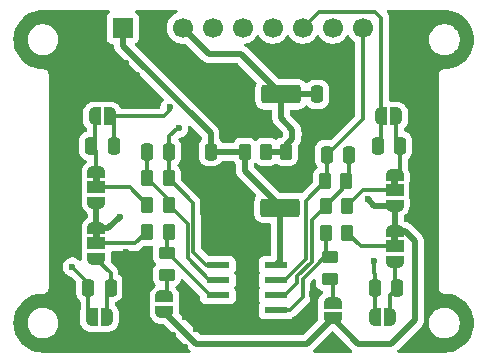
<source format=gbr>
%TF.GenerationSoftware,KiCad,Pcbnew,9.0.5*%
%TF.CreationDate,2025-12-25T12:25:27+05:30*%
%TF.ProjectId,TSH82_Configurable_Op-amp_Board,54534838-325f-4436-9f6e-666967757261,v1.1*%
%TF.SameCoordinates,Original*%
%TF.FileFunction,Copper,L1,Top*%
%TF.FilePolarity,Positive*%
%FSLAX46Y46*%
G04 Gerber Fmt 4.6, Leading zero omitted, Abs format (unit mm)*
G04 Created by KiCad (PCBNEW 9.0.5) date 2025-12-25 12:25:27*
%MOMM*%
%LPD*%
G01*
G04 APERTURE LIST*
G04 Aperture macros list*
%AMRoundRect*
0 Rectangle with rounded corners*
0 $1 Rounding radius*
0 $2 $3 $4 $5 $6 $7 $8 $9 X,Y pos of 4 corners*
0 Add a 4 corners polygon primitive as box body*
4,1,4,$2,$3,$4,$5,$6,$7,$8,$9,$2,$3,0*
0 Add four circle primitives for the rounded corners*
1,1,$1+$1,$2,$3*
1,1,$1+$1,$4,$5*
1,1,$1+$1,$6,$7*
1,1,$1+$1,$8,$9*
0 Add four rect primitives between the rounded corners*
20,1,$1+$1,$2,$3,$4,$5,0*
20,1,$1+$1,$4,$5,$6,$7,0*
20,1,$1+$1,$6,$7,$8,$9,0*
20,1,$1+$1,$8,$9,$2,$3,0*%
%AMFreePoly0*
4,1,23,0.500000,-0.750000,0.000000,-0.750000,0.000000,-0.745722,-0.065263,-0.745722,-0.191342,-0.711940,-0.304381,-0.646677,-0.396677,-0.554381,-0.461940,-0.441342,-0.495722,-0.315263,-0.495722,-0.250000,-0.500000,-0.250000,-0.500000,0.250000,-0.495722,0.250000,-0.495722,0.315263,-0.461940,0.441342,-0.396677,0.554381,-0.304381,0.646677,-0.191342,0.711940,-0.065263,0.745722,0.000000,0.745722,
0.000000,0.750000,0.500000,0.750000,0.500000,-0.750000,0.500000,-0.750000,$1*%
%AMFreePoly1*
4,1,23,0.000000,0.745722,0.065263,0.745722,0.191342,0.711940,0.304381,0.646677,0.396677,0.554381,0.461940,0.441342,0.495722,0.315263,0.495722,0.250000,0.500000,0.250000,0.500000,-0.250000,0.495722,-0.250000,0.495722,-0.315263,0.461940,-0.441342,0.396677,-0.554381,0.304381,-0.646677,0.191342,-0.711940,0.065263,-0.745722,0.000000,-0.745722,0.000000,-0.750000,-0.500000,-0.750000,
-0.500000,0.750000,0.000000,0.750000,0.000000,0.745722,0.000000,0.745722,$1*%
%AMFreePoly2*
4,1,23,0.550000,-0.750000,0.000000,-0.750000,0.000000,-0.745722,-0.065263,-0.745722,-0.191342,-0.711940,-0.304381,-0.646677,-0.396677,-0.554381,-0.461940,-0.441342,-0.495722,-0.315263,-0.495722,-0.250000,-0.500000,-0.250000,-0.500000,0.250000,-0.495722,0.250000,-0.495722,0.315263,-0.461940,0.441342,-0.396677,0.554381,-0.304381,0.646677,-0.191342,0.711940,-0.065263,0.745722,0.000000,0.745722,
0.000000,0.750000,0.550000,0.750000,0.550000,-0.750000,0.550000,-0.750000,$1*%
%AMFreePoly3*
4,1,23,0.000000,0.745722,0.065263,0.745722,0.191342,0.711940,0.304381,0.646677,0.396677,0.554381,0.461940,0.441342,0.495722,0.315263,0.495722,0.250000,0.500000,0.250000,0.500000,-0.250000,0.495722,-0.250000,0.495722,-0.315263,0.461940,-0.441342,0.396677,-0.554381,0.304381,-0.646677,0.191342,-0.711940,0.065263,-0.745722,0.000000,-0.745722,0.000000,-0.750000,-0.550000,-0.750000,
-0.550000,0.750000,0.000000,0.750000,0.000000,0.745722,0.000000,0.745722,$1*%
G04 Aperture macros list end*
%TA.AperFunction,EtchedComponent*%
%ADD10C,0.000000*%
%TD*%
%TA.AperFunction,SMDPad,CuDef*%
%ADD11RoundRect,0.250000X-0.250000X-0.475000X0.250000X-0.475000X0.250000X0.475000X-0.250000X0.475000X0*%
%TD*%
%TA.AperFunction,SMDPad,CuDef*%
%ADD12FreePoly0,90.000000*%
%TD*%
%TA.AperFunction,SMDPad,CuDef*%
%ADD13FreePoly1,90.000000*%
%TD*%
%TA.AperFunction,SMDPad,CuDef*%
%ADD14RoundRect,0.250000X0.250000X0.475000X-0.250000X0.475000X-0.250000X-0.475000X0.250000X-0.475000X0*%
%TD*%
%TA.AperFunction,SMDPad,CuDef*%
%ADD15RoundRect,0.250000X1.412500X0.550000X-1.412500X0.550000X-1.412500X-0.550000X1.412500X-0.550000X0*%
%TD*%
%TA.AperFunction,SMDPad,CuDef*%
%ADD16RoundRect,0.250000X0.450000X-0.262500X0.450000X0.262500X-0.450000X0.262500X-0.450000X-0.262500X0*%
%TD*%
%TA.AperFunction,SMDPad,CuDef*%
%ADD17RoundRect,0.250000X0.262500X0.450000X-0.262500X0.450000X-0.262500X-0.450000X0.262500X-0.450000X0*%
%TD*%
%TA.AperFunction,SMDPad,CuDef*%
%ADD18FreePoly2,270.000000*%
%TD*%
%TA.AperFunction,SMDPad,CuDef*%
%ADD19R,1.500000X1.000000*%
%TD*%
%TA.AperFunction,SMDPad,CuDef*%
%ADD20FreePoly3,270.000000*%
%TD*%
%TA.AperFunction,SMDPad,CuDef*%
%ADD21FreePoly0,180.000000*%
%TD*%
%TA.AperFunction,SMDPad,CuDef*%
%ADD22FreePoly1,180.000000*%
%TD*%
%TA.AperFunction,SMDPad,CuDef*%
%ADD23RoundRect,0.250000X-0.262500X-0.450000X0.262500X-0.450000X0.262500X0.450000X-0.262500X0.450000X0*%
%TD*%
%TA.AperFunction,SMDPad,CuDef*%
%ADD24FreePoly0,0.000000*%
%TD*%
%TA.AperFunction,SMDPad,CuDef*%
%ADD25FreePoly1,0.000000*%
%TD*%
%TA.AperFunction,ComponentPad*%
%ADD26R,1.700000X1.700000*%
%TD*%
%TA.AperFunction,ComponentPad*%
%ADD27C,1.700000*%
%TD*%
%TA.AperFunction,SMDPad,CuDef*%
%ADD28R,1.981200X0.533400*%
%TD*%
%TA.AperFunction,ViaPad*%
%ADD29C,0.600000*%
%TD*%
%TA.AperFunction,Conductor*%
%ADD30C,0.300000*%
%TD*%
%TA.AperFunction,Conductor*%
%ADD31C,0.500000*%
%TD*%
G04 APERTURE END LIST*
D10*
%TA.AperFunction,EtchedComponent*%
%TO.C,JP9*%
G36*
X156087500Y-99100000D02*
G01*
X155487500Y-99100000D01*
X155487500Y-98600000D01*
X156087500Y-98600000D01*
X156087500Y-99100000D01*
G37*
%TD.AperFunction*%
%TA.AperFunction,EtchedComponent*%
%TO.C,JP10*%
G36*
X156087500Y-94350000D02*
G01*
X155487500Y-94350000D01*
X155487500Y-93850000D01*
X156087500Y-93850000D01*
X156087500Y-94350000D01*
G37*
%TD.AperFunction*%
%TA.AperFunction,EtchedComponent*%
%TO.C,JP7*%
G36*
X130837500Y-98850000D02*
G01*
X130237500Y-98850000D01*
X130237500Y-98350000D01*
X130837500Y-98350000D01*
X130837500Y-98850000D01*
G37*
%TD.AperFunction*%
%TA.AperFunction,EtchedComponent*%
%TO.C,JP8*%
G36*
X130837500Y-94100000D02*
G01*
X130237500Y-94100000D01*
X130237500Y-93600000D01*
X130837500Y-93600000D01*
X130837500Y-94100000D01*
G37*
%TD.AperFunction*%
%TD*%
D11*
%TO.P,C2,1*%
%TO.N,OUT2*%
X150037500Y-91750000D03*
%TO.P,C2,2*%
%TO.N,Net-(U1-INVERT_IN2)*%
X151937500Y-91750000D03*
%TD*%
D12*
%TO.P,JP4,1,A*%
%TO.N,VREF*%
X150537500Y-105587500D03*
D13*
%TO.P,JP4,2,B*%
%TO.N,Net-(JP4-B)*%
X150537500Y-104287500D03*
%TD*%
D14*
%TO.P,C4,1*%
%TO.N,Net-(JP5-A)*%
X155987500Y-103000000D03*
%TO.P,C4,2*%
%TO.N,+IN2*%
X154087500Y-103000000D03*
%TD*%
D15*
%TO.P,C10,1*%
%TO.N,VCC*%
X146075000Y-96250000D03*
%TO.P,C10,2*%
%TO.N,GND*%
X141000000Y-96250000D03*
%TD*%
D16*
%TO.P,R7,1*%
%TO.N,Net-(JP4-B)*%
X150287500Y-102250000D03*
%TO.P,R7,2*%
%TO.N,Net-(U1-NON-INVERT_IN2)*%
X150287500Y-100425000D03*
%TD*%
D17*
%TO.P,R9,1*%
%TO.N,VREF*%
X144912500Y-91500000D03*
%TO.P,R9,2*%
%TO.N,VCC*%
X143087500Y-91500000D03*
%TD*%
D12*
%TO.P,JP3,1,A*%
%TO.N,VREF*%
X136287500Y-105050000D03*
D13*
%TO.P,JP3,2,B*%
%TO.N,Net-(JP3-B)*%
X136287500Y-103750000D03*
%TD*%
D16*
%TO.P,R5,1*%
%TO.N,Net-(JP3-B)*%
X136500000Y-101912500D03*
%TO.P,R5,2*%
%TO.N,Net-(U1-NON-INVERT_IN1)*%
X136500000Y-100087500D03*
%TD*%
D14*
%TO.P,C6,1*%
%TO.N,Net-(JP10-A)*%
X156237500Y-91000000D03*
%TO.P,C6,2*%
%TO.N,-IN2*%
X154337500Y-91000000D03*
%TD*%
D18*
%TO.P,JP9,1,A*%
%TO.N,VREF*%
X155787500Y-98200000D03*
D19*
%TO.P,JP9,2,C*%
%TO.N,Net-(JP9-C)*%
X155787500Y-99500000D03*
D20*
%TO.P,JP9,3,B*%
%TO.N,Net-(JP5-A)*%
X155787500Y-100800000D03*
%TD*%
D11*
%TO.P,C7,1*%
%TO.N,VREF*%
X149225000Y-86625000D03*
%TO.P,C7,2*%
%TO.N,GND*%
X151125000Y-86625000D03*
%TD*%
D21*
%TO.P,JP6,1,A*%
%TO.N,Net-(JP10-A)*%
X155937500Y-88500000D03*
D22*
%TO.P,JP6,2,B*%
%TO.N,-IN2*%
X154637500Y-88500000D03*
%TD*%
D23*
%TO.P,R6,1*%
%TO.N,Net-(U1-INVERTING_IN1)*%
X134837500Y-93750000D03*
%TO.P,R6,2*%
%TO.N,OUT1*%
X136662500Y-93750000D03*
%TD*%
%TO.P,R1,1*%
%TO.N,Net-(JP8-C)*%
X134837500Y-96000000D03*
%TO.P,R1,2*%
%TO.N,Net-(U1-INVERTING_IN1)*%
X136662500Y-96000000D03*
%TD*%
D17*
%TO.P,R8,1*%
%TO.N,Net-(U1-INVERT_IN2)*%
X151700000Y-94000000D03*
%TO.P,R8,2*%
%TO.N,OUT2*%
X149875000Y-94000000D03*
%TD*%
D14*
%TO.P,C8,1*%
%TO.N,VCC*%
X140200000Y-91500000D03*
%TO.P,C8,2*%
%TO.N,GND*%
X138300000Y-91500000D03*
%TD*%
D18*
%TO.P,JP10,1,A*%
%TO.N,Net-(JP10-A)*%
X155787500Y-93450000D03*
D19*
%TO.P,JP10,2,C*%
%TO.N,Net-(JP10-C)*%
X155787500Y-94750000D03*
D20*
%TO.P,JP10,3,B*%
%TO.N,VREF*%
X155787500Y-96050000D03*
%TD*%
D18*
%TO.P,JP7,1,A*%
%TO.N,VREF*%
X130537500Y-97950000D03*
D19*
%TO.P,JP7,2,C*%
%TO.N,Net-(JP7-C)*%
X130537500Y-99250000D03*
D20*
%TO.P,JP7,3,B*%
%TO.N,Net-(JP1-B)*%
X130537500Y-100550000D03*
%TD*%
D17*
%TO.P,R10,1*%
%TO.N,GND*%
X148412500Y-91500000D03*
%TO.P,R10,2*%
%TO.N,VREF*%
X146587500Y-91500000D03*
%TD*%
D21*
%TO.P,JP5,1,A*%
%TO.N,Net-(JP5-A)*%
X155400000Y-105500000D03*
D22*
%TO.P,JP5,2,B*%
%TO.N,+IN2*%
X154100000Y-105500000D03*
%TD*%
D21*
%TO.P,JP2,1,A*%
%TO.N,-IN1*%
X131687500Y-88500000D03*
D22*
%TO.P,JP2,2,B*%
%TO.N,Net-(JP2-B)*%
X130387500Y-88500000D03*
%TD*%
D14*
%TO.P,C1,1*%
%TO.N,OUT1*%
X136700000Y-91500000D03*
%TO.P,C1,2*%
%TO.N,Net-(U1-INVERTING_IN1)*%
X134800000Y-91500000D03*
%TD*%
%TO.P,C5,1*%
%TO.N,-IN1*%
X131987500Y-91000000D03*
%TO.P,C5,2*%
%TO.N,Net-(JP2-B)*%
X130087500Y-91000000D03*
%TD*%
D23*
%TO.P,R4,1*%
%TO.N,Net-(U1-INVERT_IN2)*%
X149962500Y-96087500D03*
%TO.P,R4,2*%
%TO.N,Net-(JP10-C)*%
X151787500Y-96087500D03*
%TD*%
D11*
%TO.P,C3,1*%
%TO.N,+IN1*%
X129837500Y-103000000D03*
%TO.P,C3,2*%
%TO.N,Net-(JP1-B)*%
X131737500Y-103000000D03*
%TD*%
D23*
%TO.P,R3,1*%
%TO.N,Net-(U1-NON-INVERT_IN2)*%
X149962500Y-98337500D03*
%TO.P,R3,2*%
%TO.N,Net-(JP9-C)*%
X151787500Y-98337500D03*
%TD*%
D15*
%TO.P,C9,1*%
%TO.N,VREF*%
X146162500Y-86625000D03*
%TO.P,C9,2*%
%TO.N,GND*%
X141087500Y-86625000D03*
%TD*%
D24*
%TO.P,JP1,1,A*%
%TO.N,+IN1*%
X130137500Y-105500000D03*
D25*
%TO.P,JP1,2,B*%
%TO.N,Net-(JP1-B)*%
X131437500Y-105500000D03*
%TD*%
D23*
%TO.P,R2,1*%
%TO.N,Net-(JP7-C)*%
X134837500Y-98250000D03*
%TO.P,R2,2*%
%TO.N,Net-(U1-NON-INVERT_IN1)*%
X136662500Y-98250000D03*
%TD*%
D26*
%TO.P,J1,1,Pin_1*%
%TO.N,VCC*%
X132760000Y-81000000D03*
D27*
%TO.P,J1,2,Pin_2*%
%TO.N,GND*%
X135300000Y-81000000D03*
%TO.P,J1,3,Pin_3*%
%TO.N,VREF*%
X137840000Y-81000000D03*
%TO.P,J1,4,Pin_4*%
%TO.N,-IN1*%
X140380000Y-81000000D03*
%TO.P,J1,5,Pin_5*%
%TO.N,+IN1*%
X142920000Y-81000000D03*
%TO.P,J1,6,Pin_6*%
%TO.N,OUT1*%
X145460000Y-81000000D03*
%TO.P,J1,7,Pin_7*%
%TO.N,-IN2*%
X148000000Y-81000000D03*
%TO.P,J1,8,Pin_8*%
%TO.N,+IN2*%
X150540000Y-81000000D03*
%TO.P,J1,9,Pin_9*%
%TO.N,OUT2*%
X153080000Y-81000000D03*
%TD*%
D28*
%TO.P,U1,1,OUT1*%
%TO.N,OUT1*%
X140823700Y-101095000D03*
%TO.P,U1,2,INVERTING_IN1*%
%TO.N,Net-(U1-INVERTING_IN1)*%
X140823700Y-102365000D03*
%TO.P,U1,3,NON-INVERT_IN1*%
%TO.N,Net-(U1-NON-INVERT_IN1)*%
X140823700Y-103635000D03*
%TO.P,U1,4,VCC-*%
%TO.N,GND*%
X140823700Y-104905000D03*
%TO.P,U1,5,NON-INVERT_IN2*%
%TO.N,Net-(U1-NON-INVERT_IN2)*%
X145751300Y-104905000D03*
%TO.P,U1,6,INVERT_IN2*%
%TO.N,Net-(U1-INVERT_IN2)*%
X145751300Y-103635000D03*
%TO.P,U1,7,OUT2*%
%TO.N,OUT2*%
X145751300Y-102365000D03*
%TO.P,U1,8,VCC+*%
%TO.N,VCC*%
X145751300Y-101095000D03*
%TD*%
D18*
%TO.P,JP8,1,A*%
%TO.N,Net-(JP2-B)*%
X130537500Y-93200000D03*
D19*
%TO.P,JP8,2,C*%
%TO.N,Net-(JP8-C)*%
X130537500Y-94500000D03*
D20*
%TO.P,JP8,3,B*%
%TO.N,VREF*%
X130537500Y-95800000D03*
%TD*%
D29*
%TO.N,OUT1*%
X137500000Y-89500000D03*
%TO.N,+IN1*%
X128500000Y-101250000D03*
%TO.N,+IN2*%
X154000000Y-100750000D03*
%TO.N,-IN1*%
X136750000Y-87750000D03*
%TO.N,GND*%
X129000000Y-86000000D03*
X133000000Y-100000000D03*
X127000000Y-101000000D03*
X159000000Y-93000000D03*
X127000000Y-95000000D03*
X133000000Y-103000000D03*
X127000000Y-90000000D03*
X159000000Y-86000000D03*
X130000000Y-84000000D03*
X148750000Y-103500000D03*
X134000000Y-86000000D03*
X129000000Y-83000000D03*
X137000000Y-107000000D03*
X135250000Y-83500000D03*
X132000000Y-85000000D03*
X129000000Y-80000000D03*
X156000000Y-81000000D03*
X148500000Y-85250000D03*
X149000000Y-88750000D03*
X129000000Y-81000000D03*
X133000000Y-105000000D03*
X147750000Y-105500000D03*
X148000000Y-94250000D03*
X148500000Y-83250000D03*
X147500000Y-83250000D03*
X136000000Y-107000000D03*
X133000000Y-108000000D03*
X134000000Y-106000000D03*
X157000000Y-83000000D03*
X136250000Y-83500000D03*
X133000000Y-101000000D03*
X127000000Y-94000000D03*
X157000000Y-84000000D03*
X146750000Y-106500000D03*
X127000000Y-87000000D03*
X156000000Y-83000000D03*
X131000000Y-84000000D03*
X133000000Y-85000000D03*
X158000000Y-85000000D03*
X133000000Y-86000000D03*
X138000000Y-105500000D03*
X157000000Y-81000000D03*
X159000000Y-99000000D03*
X134000000Y-108000000D03*
X158000000Y-86000000D03*
X149000000Y-89750000D03*
X144750000Y-106500000D03*
X130000000Y-86000000D03*
X157000000Y-80000000D03*
X151750000Y-84250000D03*
X159000000Y-102000000D03*
X159000000Y-94000000D03*
X127000000Y-99000000D03*
X159000000Y-90000000D03*
X159000000Y-98000000D03*
X127000000Y-88000000D03*
X159000000Y-91000000D03*
X131000000Y-86000000D03*
X139000000Y-94000000D03*
X148500000Y-84250000D03*
X148000000Y-88750000D03*
X159000000Y-95000000D03*
X127000000Y-102000000D03*
X157000000Y-85000000D03*
X156000000Y-82000000D03*
X128000000Y-85000000D03*
X159000000Y-101000000D03*
X157000000Y-86000000D03*
X159000000Y-89000000D03*
X135000000Y-108000000D03*
X159000000Y-92000000D03*
X150000000Y-108000000D03*
X127000000Y-100000000D03*
X159000000Y-96000000D03*
X151750000Y-88500000D03*
X133000000Y-104000000D03*
X127000000Y-97000000D03*
X140000000Y-106500000D03*
X128000000Y-86000000D03*
X133000000Y-107000000D03*
X130000000Y-80000000D03*
X156000000Y-80000000D03*
X159000000Y-100000000D03*
X132000000Y-84000000D03*
X130000000Y-81000000D03*
X142000000Y-106500000D03*
X136000000Y-108000000D03*
X133000000Y-106000000D03*
X131000000Y-85000000D03*
X127000000Y-89000000D03*
X137000000Y-108000000D03*
X159000000Y-97000000D03*
X134000000Y-103000000D03*
X138000000Y-108000000D03*
X135000000Y-107000000D03*
X159000000Y-88000000D03*
X151000000Y-108000000D03*
X129000000Y-84000000D03*
X130000000Y-85000000D03*
X159000000Y-87000000D03*
X138000000Y-104500000D03*
X157000000Y-82000000D03*
X139000000Y-106500000D03*
X156000000Y-85000000D03*
X134000000Y-102000000D03*
X139000000Y-104500000D03*
X127000000Y-93000000D03*
X133000000Y-84000000D03*
X127000000Y-91000000D03*
X127000000Y-92000000D03*
X156000000Y-84000000D03*
X148750000Y-105500000D03*
X145750000Y-106500000D03*
X149500000Y-83250000D03*
X138000000Y-103500000D03*
X134000000Y-107000000D03*
X133000000Y-102000000D03*
X134000000Y-85000000D03*
X141000000Y-106500000D03*
X151750000Y-83250000D03*
X132000000Y-86000000D03*
X127000000Y-86000000D03*
X148750000Y-104500000D03*
X127000000Y-96000000D03*
X129000000Y-85000000D03*
X130000000Y-83000000D03*
X147750000Y-106500000D03*
X156000000Y-86000000D03*
X139000000Y-105500000D03*
X129000000Y-82000000D03*
X127000000Y-98000000D03*
%TO.N,VREF*%
X132500000Y-97000000D03*
X153500000Y-95500000D03*
X147125000Y-90000000D03*
%TD*%
D30*
%TO.N,OUT1*%
X136662500Y-91537500D02*
X136700000Y-91500000D01*
X139845000Y-101095000D02*
X138750000Y-100000000D01*
X136700000Y-90200000D02*
X136700000Y-91500000D01*
X140823700Y-101095000D02*
X139845000Y-101095000D01*
X138750000Y-95837500D02*
X136662500Y-93750000D01*
X136662500Y-93750000D02*
X136662500Y-91537500D01*
X137400000Y-89500000D02*
X136700000Y-90200000D01*
X138750000Y-100000000D02*
X138750000Y-95837500D01*
X137500000Y-89500000D02*
X137400000Y-89500000D01*
%TO.N,Net-(U1-INVERTING_IN1)*%
X140099800Y-102365000D02*
X140823700Y-102365000D01*
X136662500Y-96000000D02*
X138250000Y-97587500D01*
X136662500Y-95575000D02*
X134837500Y-93750000D01*
X138250000Y-97587500D02*
X138250000Y-100515200D01*
X136662500Y-96000000D02*
X136662500Y-95575000D01*
X134800000Y-93712500D02*
X134837500Y-93750000D01*
X134800000Y-91500000D02*
X134800000Y-93712500D01*
X138250000Y-100515200D02*
X140099800Y-102365000D01*
%TO.N,OUT2*%
X148250000Y-100590200D02*
X146475200Y-102365000D01*
X146475200Y-102365000D02*
X145751300Y-102365000D01*
X150037500Y-91750000D02*
X153080000Y-88707500D01*
X149875000Y-94000000D02*
X148250000Y-95625000D01*
X150037500Y-93837500D02*
X149875000Y-94000000D01*
X153080000Y-88707500D02*
X153080000Y-81000000D01*
X148250000Y-95625000D02*
X148250000Y-100590200D01*
X150037500Y-91750000D02*
X150037500Y-93837500D01*
%TO.N,Net-(U1-INVERT_IN2)*%
X147500000Y-102048720D02*
X147500000Y-102610200D01*
X149962500Y-96087500D02*
X148751000Y-97299000D01*
X146475200Y-103635000D02*
X145751300Y-103635000D01*
X151700000Y-94350000D02*
X149962500Y-96087500D01*
X151937500Y-93762500D02*
X151700000Y-94000000D01*
X147500000Y-102610200D02*
X146475200Y-103635000D01*
X151700000Y-94000000D02*
X151700000Y-94350000D01*
X151937500Y-91750000D02*
X151937500Y-93762500D01*
X148751000Y-97299000D02*
X148751000Y-100797721D01*
X148751000Y-100797721D02*
X147500000Y-102048720D01*
%TO.N,Net-(JP1-B)*%
X131437500Y-105500000D02*
X131437500Y-103300000D01*
X131737500Y-103000000D02*
X131737500Y-101750000D01*
X131737500Y-101750000D02*
X130537500Y-100550000D01*
X131437500Y-103300000D02*
X131737500Y-103000000D01*
%TO.N,+IN1*%
X129837500Y-105200000D02*
X130137500Y-105500000D01*
X129837500Y-102587500D02*
X128500000Y-101250000D01*
X129837500Y-103000000D02*
X129837500Y-105200000D01*
X129837500Y-103000000D02*
X129837500Y-102587500D01*
%TO.N,+IN2*%
X154000000Y-100750000D02*
X154000000Y-101750000D01*
X154087500Y-101837500D02*
X154087500Y-103000000D01*
X154087500Y-105487500D02*
X154100000Y-105500000D01*
X154087500Y-103000000D02*
X154087500Y-105487500D01*
X154000000Y-101750000D02*
X154087500Y-101837500D01*
%TO.N,Net-(JP5-A)*%
X155787500Y-100800000D02*
X155787500Y-102800000D01*
X155787500Y-102800000D02*
X155987500Y-103000000D01*
X155400000Y-105500000D02*
X155400000Y-103587500D01*
X155400000Y-103587500D02*
X155987500Y-103000000D01*
%TO.N,Net-(JP2-B)*%
X130387500Y-88500000D02*
X130387500Y-90700000D01*
X130537500Y-91450000D02*
X130087500Y-91000000D01*
X130387500Y-90700000D02*
X130087500Y-91000000D01*
X130537500Y-93200000D02*
X130537500Y-91450000D01*
%TO.N,-IN1*%
X136750000Y-87750000D02*
X136750000Y-88000000D01*
X136750000Y-88000000D02*
X136250000Y-88500000D01*
X136250000Y-88500000D02*
X131687500Y-88500000D01*
X131987500Y-88800000D02*
X131687500Y-88500000D01*
X131987500Y-91000000D02*
X131987500Y-88800000D01*
%TO.N,Net-(JP10-A)*%
X156237500Y-93000000D02*
X155787500Y-93450000D01*
X156237500Y-91000000D02*
X156237500Y-93000000D01*
X155937500Y-90700000D02*
X156237500Y-91000000D01*
X155937500Y-88500000D02*
X155937500Y-90700000D01*
%TO.N,-IN2*%
X154637500Y-88500000D02*
X154637500Y-90700000D01*
X148000000Y-81000000D02*
X149349000Y-79651000D01*
X154151000Y-79651000D02*
X154637500Y-80137500D01*
X154637500Y-80137500D02*
X154637500Y-88500000D01*
X149349000Y-79651000D02*
X154151000Y-79651000D01*
X154637500Y-90700000D02*
X154337500Y-91000000D01*
D31*
%TO.N,VREF*%
X154252880Y-96050000D02*
X154050000Y-96050000D01*
X157500000Y-99060500D02*
X156639500Y-98200000D01*
X157500000Y-105750000D02*
X157500000Y-99060500D01*
X156639500Y-98200000D02*
X155787500Y-98200000D01*
X131550000Y-97950000D02*
X132500000Y-97000000D01*
X146587500Y-90912500D02*
X146587500Y-91500000D01*
X154050000Y-96050000D02*
X153500000Y-95500000D01*
X144912500Y-91500000D02*
X146587500Y-91500000D01*
X146162500Y-86625000D02*
X149225000Y-86625000D01*
X142787500Y-83250000D02*
X140090000Y-83250000D01*
X148375000Y-107750000D02*
X150537500Y-105587500D01*
X150537500Y-105587500D02*
X152700000Y-107750000D01*
X138987500Y-107750000D02*
X148375000Y-107750000D01*
X147125000Y-90000000D02*
X147125000Y-89625000D01*
X130537500Y-97950000D02*
X131550000Y-97950000D01*
X147125000Y-90375000D02*
X146587500Y-90912500D01*
X147125000Y-90000000D02*
X147125000Y-90375000D01*
X152700000Y-107750000D02*
X155500000Y-107750000D01*
X130537500Y-95800000D02*
X130537500Y-97950000D01*
X136287500Y-105050000D02*
X138987500Y-107750000D01*
X155787500Y-96050000D02*
X154252880Y-96050000D01*
X140090000Y-83250000D02*
X137840000Y-81000000D01*
X147125000Y-89625000D02*
X146162500Y-88662500D01*
X155787500Y-98200000D02*
X155787500Y-96050000D01*
X155500000Y-107750000D02*
X157500000Y-105750000D01*
X146162500Y-86625000D02*
X142787500Y-83250000D01*
X146162500Y-88662500D02*
X146162500Y-86625000D01*
%TO.N,VCC*%
X143087500Y-93087500D02*
X143087500Y-91500000D01*
X132760000Y-82510000D02*
X132760000Y-81000000D01*
X146075000Y-96250000D02*
X146075000Y-100771300D01*
X140200000Y-89950000D02*
X132760000Y-82510000D01*
X140200000Y-91500000D02*
X140200000Y-89950000D01*
X143087500Y-91500000D02*
X140200000Y-91500000D01*
X146075000Y-96250000D02*
X146075000Y-96075000D01*
X146075000Y-96075000D02*
X143087500Y-93087500D01*
X146075000Y-100771300D02*
X145751300Y-101095000D01*
D30*
%TO.N,Net-(JP3-B)*%
X136500000Y-101912500D02*
X136500000Y-103537500D01*
X136500000Y-103537500D02*
X136287500Y-103750000D01*
%TO.N,Net-(JP4-B)*%
X150537500Y-102500000D02*
X150287500Y-102250000D01*
X150537500Y-104287500D02*
X150537500Y-102500000D01*
%TO.N,Net-(JP7-C)*%
X130537500Y-99250000D02*
X133837500Y-99250000D01*
X133837500Y-99250000D02*
X134837500Y-98250000D01*
%TO.N,Net-(JP8-C)*%
X134837500Y-96000000D02*
X133337500Y-94500000D01*
X133337500Y-94500000D02*
X130537500Y-94500000D01*
%TO.N,Net-(JP9-C)*%
X152950000Y-99500000D02*
X155787500Y-99500000D01*
X151787500Y-98337500D02*
X152950000Y-99500000D01*
%TO.N,Net-(JP10-C)*%
X151787500Y-96087500D02*
X153125000Y-94750000D01*
X153125000Y-94750000D02*
X155787500Y-94750000D01*
%TO.N,Net-(U1-NON-INVERT_IN1)*%
X136500000Y-98412500D02*
X136662500Y-98250000D01*
X136500000Y-100087500D02*
X136500000Y-98412500D01*
X136587500Y-100087500D02*
X140135000Y-103635000D01*
X136500000Y-100087500D02*
X136587500Y-100087500D01*
X140135000Y-103635000D02*
X140823700Y-103635000D01*
%TO.N,Net-(U1-NON-INVERT_IN2)*%
X149252000Y-100998000D02*
X149252000Y-101005243D01*
X149962500Y-98337500D02*
X149962500Y-100100000D01*
X148000000Y-103810000D02*
X146905000Y-104905000D01*
X149825000Y-100425000D02*
X149252000Y-100998000D01*
X150287500Y-100425000D02*
X149825000Y-100425000D01*
X148001000Y-102256241D02*
X148001000Y-102817720D01*
X149252000Y-101005243D02*
X148001000Y-102256241D01*
X148000000Y-102818720D02*
X148000000Y-103810000D01*
X149962500Y-100100000D02*
X150287500Y-100425000D01*
X146905000Y-104905000D02*
X145751300Y-104905000D01*
X148001000Y-102817720D02*
X148000000Y-102818720D01*
%TD*%
%TA.AperFunction,Conductor*%
%TO.N,GND*%
G36*
X131636936Y-79520185D02*
G01*
X131682691Y-79572989D01*
X131692635Y-79642147D01*
X131663610Y-79705703D01*
X131644208Y-79723766D01*
X131552455Y-79792452D01*
X131552452Y-79792455D01*
X131466206Y-79907664D01*
X131466202Y-79907671D01*
X131415908Y-80042517D01*
X131412585Y-80073431D01*
X131409501Y-80102123D01*
X131409500Y-80102135D01*
X131409500Y-81897870D01*
X131409501Y-81897876D01*
X131415908Y-81957483D01*
X131466202Y-82092328D01*
X131466206Y-82092335D01*
X131552452Y-82207544D01*
X131552455Y-82207547D01*
X131667664Y-82293793D01*
X131667671Y-82293797D01*
X131679340Y-82298149D01*
X131802517Y-82344091D01*
X131862127Y-82350500D01*
X131885497Y-82350499D01*
X131952536Y-82370181D01*
X131998292Y-82422983D01*
X132009500Y-82474499D01*
X132009500Y-82583918D01*
X132009500Y-82583920D01*
X132009499Y-82583920D01*
X132038340Y-82728907D01*
X132038343Y-82728917D01*
X132094914Y-82865492D01*
X132094915Y-82865494D01*
X132094916Y-82865495D01*
X132113406Y-82893168D01*
X132127812Y-82914727D01*
X132127813Y-82914730D01*
X132177046Y-82988414D01*
X132177052Y-82988421D01*
X136190595Y-87001963D01*
X136224080Y-87063286D01*
X136219096Y-87132978D01*
X136190596Y-87177325D01*
X136128210Y-87239711D01*
X136040609Y-87370814D01*
X136040602Y-87370827D01*
X135980264Y-87516498D01*
X135980261Y-87516510D01*
X135949500Y-87671153D01*
X135949500Y-87725500D01*
X135929815Y-87792539D01*
X135877011Y-87838294D01*
X135825500Y-87849500D01*
X132688913Y-87849500D01*
X132621874Y-87829815D01*
X132581526Y-87787500D01*
X132525375Y-87690243D01*
X132510730Y-87671158D01*
X132445044Y-87585555D01*
X132445041Y-87585551D01*
X132351949Y-87492459D01*
X132351944Y-87492455D01*
X132247267Y-87412132D01*
X132247249Y-87412120D01*
X132133251Y-87346303D01*
X132133250Y-87346302D01*
X132088580Y-87327799D01*
X132011329Y-87295800D01*
X131884162Y-87261725D01*
X131884161Y-87261724D01*
X131884158Y-87261724D01*
X131753333Y-87244500D01*
X131753326Y-87244500D01*
X131187500Y-87244500D01*
X131187497Y-87244500D01*
X131115561Y-87249644D01*
X131115556Y-87249645D01*
X131078235Y-87260603D01*
X131025658Y-87264363D01*
X130887501Y-87244500D01*
X130887500Y-87244500D01*
X130321674Y-87244500D01*
X130321666Y-87244500D01*
X130190841Y-87261724D01*
X130063670Y-87295800D01*
X129941749Y-87346302D01*
X129941748Y-87346303D01*
X129827750Y-87412120D01*
X129827732Y-87412132D01*
X129723055Y-87492455D01*
X129723045Y-87492464D01*
X129629964Y-87585545D01*
X129629955Y-87585555D01*
X129549632Y-87690232D01*
X129549620Y-87690250D01*
X129483803Y-87804248D01*
X129483802Y-87804249D01*
X129433300Y-87926170D01*
X129399224Y-88053341D01*
X129382000Y-88184166D01*
X129382000Y-88815833D01*
X129390635Y-88881417D01*
X129399225Y-88946662D01*
X129433300Y-89073829D01*
X129463436Y-89146584D01*
X129483802Y-89195750D01*
X129483803Y-89195751D01*
X129549620Y-89309749D01*
X129549632Y-89309767D01*
X129623543Y-89406088D01*
X129629959Y-89414449D01*
X129629964Y-89414454D01*
X129700681Y-89485171D01*
X129715384Y-89512098D01*
X129731977Y-89537917D01*
X129732868Y-89544117D01*
X129734166Y-89546494D01*
X129737000Y-89572852D01*
X129737000Y-89678130D01*
X129717315Y-89745169D01*
X129664511Y-89790924D01*
X129652005Y-89795836D01*
X129518166Y-89840186D01*
X129518163Y-89840187D01*
X129368842Y-89932289D01*
X129244789Y-90056342D01*
X129152687Y-90205663D01*
X129152685Y-90205668D01*
X129134394Y-90260868D01*
X129097501Y-90372203D01*
X129097501Y-90372204D01*
X129097500Y-90372204D01*
X129087000Y-90474983D01*
X129087000Y-91525001D01*
X129087001Y-91525019D01*
X129097500Y-91627796D01*
X129097501Y-91627799D01*
X129137500Y-91748505D01*
X129152686Y-91794334D01*
X129244788Y-91943656D01*
X129368844Y-92067712D01*
X129518166Y-92159814D01*
X129626523Y-92195720D01*
X129683967Y-92235491D01*
X129710790Y-92300007D01*
X129698475Y-92368783D01*
X129663006Y-92411799D01*
X129623057Y-92442453D01*
X129623045Y-92442464D01*
X129529964Y-92535545D01*
X129529955Y-92535555D01*
X129449632Y-92640232D01*
X129449620Y-92640250D01*
X129383803Y-92754248D01*
X129383802Y-92754249D01*
X129333300Y-92876170D01*
X129299224Y-93003341D01*
X129282000Y-93134166D01*
X129282000Y-93750002D01*
X129287145Y-93821941D01*
X129290607Y-93833732D01*
X129291970Y-93884561D01*
X129294238Y-93884805D01*
X129287001Y-93952116D01*
X129287000Y-93952135D01*
X129287000Y-95047870D01*
X129287001Y-95047874D01*
X129293409Y-95107490D01*
X129293647Y-95108494D01*
X129293738Y-95110550D01*
X129294238Y-95115194D01*
X129293947Y-95115225D01*
X129295708Y-95154652D01*
X129282000Y-95249999D01*
X129282000Y-95865833D01*
X129298933Y-95994446D01*
X129299225Y-95996662D01*
X129333300Y-96123829D01*
X129376710Y-96228630D01*
X129383802Y-96245750D01*
X129383803Y-96245751D01*
X129449620Y-96359749D01*
X129449632Y-96359767D01*
X129529955Y-96464444D01*
X129529959Y-96464449D01*
X129623051Y-96557541D01*
X129623055Y-96557544D01*
X129727732Y-96637867D01*
X129727736Y-96637869D01*
X129727743Y-96637875D01*
X129727750Y-96637879D01*
X129731116Y-96640128D01*
X129730099Y-96641649D01*
X129773200Y-96686827D01*
X129787000Y-96743678D01*
X129787000Y-97006321D01*
X129767315Y-97073360D01*
X129730311Y-97108647D01*
X129731125Y-97109865D01*
X129727739Y-97112127D01*
X129623055Y-97192455D01*
X129623045Y-97192464D01*
X129529964Y-97285545D01*
X129529955Y-97285555D01*
X129449632Y-97390232D01*
X129449620Y-97390250D01*
X129383803Y-97504248D01*
X129383802Y-97504249D01*
X129333300Y-97626170D01*
X129299224Y-97753341D01*
X129282000Y-97884166D01*
X129282000Y-98500002D01*
X129287145Y-98571941D01*
X129290607Y-98583732D01*
X129291970Y-98634561D01*
X129294238Y-98634805D01*
X129287001Y-98702116D01*
X129287000Y-98702135D01*
X129287000Y-99797870D01*
X129287001Y-99797874D01*
X129293409Y-99857490D01*
X129293647Y-99858494D01*
X129293738Y-99860550D01*
X129294238Y-99865194D01*
X129293947Y-99865225D01*
X129295708Y-99904652D01*
X129282000Y-99999999D01*
X129282000Y-100600559D01*
X129262315Y-100667598D01*
X129209511Y-100713353D01*
X129140353Y-100723297D01*
X129076797Y-100694272D01*
X129070319Y-100688240D01*
X129010292Y-100628213D01*
X129010288Y-100628210D01*
X128879185Y-100540609D01*
X128879172Y-100540602D01*
X128733501Y-100480264D01*
X128733489Y-100480261D01*
X128578845Y-100449500D01*
X128578842Y-100449500D01*
X128421158Y-100449500D01*
X128421155Y-100449500D01*
X128266510Y-100480261D01*
X128266498Y-100480264D01*
X128120827Y-100540602D01*
X128120814Y-100540609D01*
X127989711Y-100628210D01*
X127989707Y-100628213D01*
X127878213Y-100739707D01*
X127878210Y-100739711D01*
X127790609Y-100870814D01*
X127790602Y-100870827D01*
X127730264Y-101016498D01*
X127730261Y-101016510D01*
X127699500Y-101171153D01*
X127699500Y-101328846D01*
X127730261Y-101483489D01*
X127730264Y-101483501D01*
X127790602Y-101629172D01*
X127790609Y-101629185D01*
X127878210Y-101760288D01*
X127878213Y-101760292D01*
X127989707Y-101871786D01*
X127989711Y-101871789D01*
X128120814Y-101959390D01*
X128120827Y-101959397D01*
X128196674Y-101990813D01*
X128266503Y-102019737D01*
X128333580Y-102033079D01*
X128395490Y-102065463D01*
X128397069Y-102067015D01*
X128800681Y-102470627D01*
X128834166Y-102531950D01*
X128837000Y-102558308D01*
X128837000Y-103525001D01*
X128837001Y-103525019D01*
X128847500Y-103627796D01*
X128847501Y-103627799D01*
X128902685Y-103794331D01*
X128902687Y-103794336D01*
X128931931Y-103841748D01*
X128994788Y-103943656D01*
X129118844Y-104067712D01*
X129128091Y-104073416D01*
X129174818Y-104125360D01*
X129187000Y-104178957D01*
X129187000Y-104896037D01*
X129182775Y-104928129D01*
X129169348Y-104978241D01*
X129149224Y-105053341D01*
X129132000Y-105184166D01*
X129132000Y-105815833D01*
X129149224Y-105946658D01*
X129183300Y-106073829D01*
X129233802Y-106195750D01*
X129233803Y-106195751D01*
X129299620Y-106309749D01*
X129299632Y-106309767D01*
X129379955Y-106414444D01*
X129379959Y-106414449D01*
X129473051Y-106507541D01*
X129473055Y-106507544D01*
X129577732Y-106587867D01*
X129577736Y-106587869D01*
X129577743Y-106587875D01*
X129577750Y-106587879D01*
X129691748Y-106653696D01*
X129691749Y-106653697D01*
X129691752Y-106653698D01*
X129691757Y-106653701D01*
X129813671Y-106704200D01*
X129940838Y-106738275D01*
X130071674Y-106755500D01*
X130071681Y-106755500D01*
X130637500Y-106755500D01*
X130709440Y-106750355D01*
X130746759Y-106739396D01*
X130799341Y-106735636D01*
X130937500Y-106755500D01*
X130937503Y-106755500D01*
X131503319Y-106755500D01*
X131503326Y-106755500D01*
X131634162Y-106738275D01*
X131761329Y-106704200D01*
X131883243Y-106653701D01*
X131997257Y-106587875D01*
X132101949Y-106507541D01*
X132195041Y-106414449D01*
X132275375Y-106309757D01*
X132341201Y-106195743D01*
X132391700Y-106073829D01*
X132425775Y-105946662D01*
X132443000Y-105815826D01*
X132443000Y-105184174D01*
X132425775Y-105053338D01*
X132391700Y-104926171D01*
X132341201Y-104804257D01*
X132341198Y-104804252D01*
X132341197Y-104804249D01*
X132341196Y-104804248D01*
X132275379Y-104690250D01*
X132275375Y-104690243D01*
X132195041Y-104585551D01*
X132124319Y-104514829D01*
X132109615Y-104487901D01*
X132093023Y-104462083D01*
X132092131Y-104455882D01*
X132090834Y-104453506D01*
X132088000Y-104427148D01*
X132088000Y-104321869D01*
X132107685Y-104254830D01*
X132160489Y-104209075D01*
X132172986Y-104204166D01*
X132306834Y-104159814D01*
X132456156Y-104067712D01*
X132580212Y-103943656D01*
X132672314Y-103794334D01*
X132727499Y-103627797D01*
X132738000Y-103525009D01*
X132737999Y-102474992D01*
X132727499Y-102372203D01*
X132672314Y-102205666D01*
X132580212Y-102056344D01*
X132456156Y-101932288D01*
X132456155Y-101932287D01*
X132446902Y-101926580D01*
X132400178Y-101874632D01*
X132388000Y-101821042D01*
X132388000Y-101685928D01*
X132363002Y-101560261D01*
X132363001Y-101560260D01*
X132363001Y-101560256D01*
X132345847Y-101518842D01*
X132313968Y-101441878D01*
X132313965Y-101441873D01*
X132311378Y-101438001D01*
X132311377Y-101438000D01*
X132292382Y-101409572D01*
X132242774Y-101335327D01*
X132242771Y-101335324D01*
X131800686Y-100893240D01*
X131767201Y-100831917D01*
X131768593Y-100773464D01*
X131775775Y-100746662D01*
X131793000Y-100615826D01*
X131793000Y-100024500D01*
X131812685Y-99957461D01*
X131865489Y-99911706D01*
X131917000Y-99900500D01*
X133901571Y-99900500D01*
X133986115Y-99883682D01*
X134027244Y-99875501D01*
X134145627Y-99826465D01*
X134185985Y-99799499D01*
X134252169Y-99755277D01*
X134520628Y-99486816D01*
X134581949Y-99453333D01*
X134608308Y-99450499D01*
X135150002Y-99450499D01*
X135150008Y-99450499D01*
X135201087Y-99445281D01*
X135269779Y-99458050D01*
X135320663Y-99505931D01*
X135337584Y-99573721D01*
X135331394Y-99607642D01*
X135310001Y-99672200D01*
X135310000Y-99672204D01*
X135299500Y-99774983D01*
X135299500Y-100400001D01*
X135299501Y-100400019D01*
X135310000Y-100502796D01*
X135310001Y-100502799D01*
X135337562Y-100585971D01*
X135365186Y-100669334D01*
X135433708Y-100780427D01*
X135457289Y-100818657D01*
X135550951Y-100912319D01*
X135584436Y-100973642D01*
X135579452Y-101043334D01*
X135550951Y-101087681D01*
X135457289Y-101181342D01*
X135365187Y-101330663D01*
X135365185Y-101330668D01*
X135362921Y-101337500D01*
X135310001Y-101497203D01*
X135310001Y-101497204D01*
X135310000Y-101497204D01*
X135299500Y-101599983D01*
X135299500Y-102225001D01*
X135299501Y-102225019D01*
X135310000Y-102327796D01*
X135310001Y-102327799D01*
X135365185Y-102494331D01*
X135365187Y-102494336D01*
X135457289Y-102643657D01*
X135520709Y-102707077D01*
X135554194Y-102768400D01*
X135549210Y-102838092D01*
X135507338Y-102894025D01*
X135495030Y-102902144D01*
X135477749Y-102912121D01*
X135477732Y-102912132D01*
X135373055Y-102992455D01*
X135373045Y-102992464D01*
X135279964Y-103085545D01*
X135279955Y-103085555D01*
X135199632Y-103190232D01*
X135199620Y-103190250D01*
X135133803Y-103304248D01*
X135133802Y-103304249D01*
X135083300Y-103426170D01*
X135049224Y-103553341D01*
X135032000Y-103684166D01*
X135032000Y-104250002D01*
X135037144Y-104321939D01*
X135048103Y-104359262D01*
X135051863Y-104411841D01*
X135032000Y-104549998D01*
X135032000Y-105115833D01*
X135049224Y-105246658D01*
X135083300Y-105373829D01*
X135133802Y-105495750D01*
X135133803Y-105495751D01*
X135199620Y-105609749D01*
X135199632Y-105609767D01*
X135267889Y-105698719D01*
X135279959Y-105714449D01*
X135373051Y-105807541D01*
X135373055Y-105807544D01*
X135477732Y-105887867D01*
X135477736Y-105887869D01*
X135477743Y-105887875D01*
X135477750Y-105887879D01*
X135591748Y-105953696D01*
X135591749Y-105953697D01*
X135591752Y-105953698D01*
X135591757Y-105953701D01*
X135713671Y-106004200D01*
X135840838Y-106038275D01*
X135971674Y-106055500D01*
X136180270Y-106055500D01*
X136247309Y-106075185D01*
X136267951Y-106091819D01*
X137337709Y-107161576D01*
X138404549Y-108228416D01*
X138463952Y-108287819D01*
X138497436Y-108349143D01*
X138492451Y-108418835D01*
X138450580Y-108474768D01*
X138385115Y-108499184D01*
X138376270Y-108499500D01*
X126003751Y-108499500D01*
X125996264Y-108499274D01*
X125706205Y-108481728D01*
X125691340Y-108479923D01*
X125409201Y-108428219D01*
X125394663Y-108424635D01*
X125120832Y-108339306D01*
X125106831Y-108333997D01*
X124845263Y-108216275D01*
X124832004Y-108209316D01*
X124586540Y-108060928D01*
X124574217Y-108052422D01*
X124348426Y-107875526D01*
X124337218Y-107865596D01*
X124134403Y-107662781D01*
X124124473Y-107651573D01*
X123947573Y-107425776D01*
X123939075Y-107413465D01*
X123790680Y-107167989D01*
X123783727Y-107154743D01*
X123666000Y-106893163D01*
X123660693Y-106879167D01*
X123630049Y-106780828D01*
X123575363Y-106605335D01*
X123571780Y-106590798D01*
X123554998Y-106499223D01*
X123520075Y-106308657D01*
X123518271Y-106293794D01*
X123500952Y-106007472D01*
X123500952Y-105992527D01*
X123506691Y-105897648D01*
X124699500Y-105897648D01*
X124699500Y-106102351D01*
X124731522Y-106304534D01*
X124794781Y-106499223D01*
X124887715Y-106681613D01*
X125008028Y-106847213D01*
X125152786Y-106991971D01*
X125307749Y-107104556D01*
X125318390Y-107112287D01*
X125401701Y-107154736D01*
X125500776Y-107205218D01*
X125500778Y-107205218D01*
X125500781Y-107205220D01*
X125605137Y-107239127D01*
X125695465Y-107268477D01*
X125796557Y-107284488D01*
X125897648Y-107300500D01*
X125897649Y-107300500D01*
X126102351Y-107300500D01*
X126102352Y-107300500D01*
X126304534Y-107268477D01*
X126499219Y-107205220D01*
X126681610Y-107112287D01*
X126774590Y-107044732D01*
X126847213Y-106991971D01*
X126847215Y-106991968D01*
X126847219Y-106991966D01*
X126991966Y-106847219D01*
X126991968Y-106847215D01*
X126991971Y-106847213D01*
X127058604Y-106755499D01*
X127112287Y-106681610D01*
X127205220Y-106499219D01*
X127268477Y-106304534D01*
X127300500Y-106102352D01*
X127300500Y-105897648D01*
X127298951Y-105887867D01*
X127268477Y-105695465D01*
X127228182Y-105571451D01*
X127205220Y-105500781D01*
X127205218Y-105500778D01*
X127205218Y-105500776D01*
X127162638Y-105417210D01*
X127112287Y-105318390D01*
X127078906Y-105272444D01*
X126991971Y-105152786D01*
X126847213Y-105008028D01*
X126681613Y-104887715D01*
X126681612Y-104887714D01*
X126681610Y-104887713D01*
X126624653Y-104858691D01*
X126499223Y-104794781D01*
X126304534Y-104731522D01*
X126129995Y-104703878D01*
X126102352Y-104699500D01*
X125897648Y-104699500D01*
X125873329Y-104703351D01*
X125695465Y-104731522D01*
X125500776Y-104794781D01*
X125318386Y-104887715D01*
X125152786Y-105008028D01*
X125008028Y-105152786D01*
X124887715Y-105318386D01*
X124794781Y-105500776D01*
X124731522Y-105695465D01*
X124699500Y-105897648D01*
X123506691Y-105897648D01*
X123518271Y-105706201D01*
X123520076Y-105691340D01*
X123527043Y-105653326D01*
X123571780Y-105409197D01*
X123575364Y-105394663D01*
X123621483Y-105246662D01*
X123660696Y-105120822D01*
X123665998Y-105106841D01*
X123783731Y-104845249D01*
X123790676Y-104832016D01*
X123939080Y-104586526D01*
X123947567Y-104574230D01*
X124124480Y-104348417D01*
X124134395Y-104337226D01*
X124337226Y-104134395D01*
X124348417Y-104124480D01*
X124574230Y-103947567D01*
X124586526Y-103939080D01*
X124832016Y-103790676D01*
X124845249Y-103783731D01*
X125106841Y-103665998D01*
X125120822Y-103660696D01*
X125394668Y-103575362D01*
X125409197Y-103571780D01*
X125691344Y-103520075D01*
X125706201Y-103518271D01*
X125996264Y-103500726D01*
X126003751Y-103500500D01*
X126065890Y-103500500D01*
X126065892Y-103500500D01*
X126193186Y-103466392D01*
X126307314Y-103400500D01*
X126400500Y-103307314D01*
X126466392Y-103193186D01*
X126500500Y-103065892D01*
X126500500Y-102934108D01*
X126500500Y-84934108D01*
X126466392Y-84806814D01*
X126400500Y-84692686D01*
X126307314Y-84599500D01*
X126250250Y-84566554D01*
X126193187Y-84533608D01*
X126129539Y-84516554D01*
X126065892Y-84499500D01*
X126065891Y-84499500D01*
X126003751Y-84499500D01*
X125996264Y-84499274D01*
X125706205Y-84481728D01*
X125691340Y-84479923D01*
X125409201Y-84428219D01*
X125394663Y-84424635D01*
X125120832Y-84339306D01*
X125106831Y-84333997D01*
X124845263Y-84216275D01*
X124832004Y-84209316D01*
X124586540Y-84060928D01*
X124574217Y-84052422D01*
X124554301Y-84036819D01*
X124348426Y-83875526D01*
X124337218Y-83865596D01*
X124134403Y-83662781D01*
X124124473Y-83651573D01*
X123947573Y-83425776D01*
X123939075Y-83413465D01*
X123790680Y-83167989D01*
X123783727Y-83154743D01*
X123666000Y-82893163D01*
X123660693Y-82879167D01*
X123594595Y-82667052D01*
X123575363Y-82605335D01*
X123571780Y-82590798D01*
X123570519Y-82583918D01*
X123520075Y-82308657D01*
X123518271Y-82293794D01*
X123515412Y-82246532D01*
X123500952Y-82007472D01*
X123500952Y-81992527D01*
X123506691Y-81897648D01*
X124699500Y-81897648D01*
X124699500Y-82102351D01*
X124731522Y-82304534D01*
X124794781Y-82499223D01*
X124830958Y-82570223D01*
X124880295Y-82667052D01*
X124887715Y-82681613D01*
X125008028Y-82847213D01*
X125152786Y-82991971D01*
X125307749Y-83104556D01*
X125318390Y-83112287D01*
X125401701Y-83154736D01*
X125500776Y-83205218D01*
X125500778Y-83205218D01*
X125500781Y-83205220D01*
X125605137Y-83239127D01*
X125695465Y-83268477D01*
X125796557Y-83284488D01*
X125897648Y-83300500D01*
X125897649Y-83300500D01*
X126102351Y-83300500D01*
X126102352Y-83300500D01*
X126304534Y-83268477D01*
X126499219Y-83205220D01*
X126681610Y-83112287D01*
X126774590Y-83044732D01*
X126847213Y-82991971D01*
X126847215Y-82991968D01*
X126847219Y-82991966D01*
X126991966Y-82847219D01*
X126991968Y-82847215D01*
X126991971Y-82847213D01*
X127044732Y-82774590D01*
X127112287Y-82681610D01*
X127205220Y-82499219D01*
X127268477Y-82304534D01*
X127300500Y-82102352D01*
X127300500Y-81897648D01*
X127268477Y-81695465D01*
X127210949Y-81518414D01*
X127205220Y-81500781D01*
X127205218Y-81500778D01*
X127205218Y-81500776D01*
X127171503Y-81434607D01*
X127112287Y-81318390D01*
X127104556Y-81307749D01*
X126991971Y-81152786D01*
X126847213Y-81008028D01*
X126681613Y-80887715D01*
X126681612Y-80887714D01*
X126681610Y-80887713D01*
X126624653Y-80858691D01*
X126499223Y-80794781D01*
X126304534Y-80731522D01*
X126129995Y-80703878D01*
X126102352Y-80699500D01*
X125897648Y-80699500D01*
X125873329Y-80703351D01*
X125695465Y-80731522D01*
X125500776Y-80794781D01*
X125318386Y-80887715D01*
X125152786Y-81008028D01*
X125008028Y-81152786D01*
X124887715Y-81318386D01*
X124794781Y-81500776D01*
X124731522Y-81695465D01*
X124699500Y-81897648D01*
X123506691Y-81897648D01*
X123518271Y-81706201D01*
X123520076Y-81691340D01*
X123551767Y-81518412D01*
X123571780Y-81409197D01*
X123575364Y-81394663D01*
X123650736Y-81152786D01*
X123660696Y-81120822D01*
X123665998Y-81106841D01*
X123783731Y-80845249D01*
X123790676Y-80832016D01*
X123939080Y-80586526D01*
X123947567Y-80574230D01*
X124124480Y-80348417D01*
X124134395Y-80337226D01*
X124337226Y-80134395D01*
X124348417Y-80124480D01*
X124574230Y-79947567D01*
X124586526Y-79939080D01*
X124832016Y-79790676D01*
X124845249Y-79783731D01*
X125106841Y-79665998D01*
X125120822Y-79660696D01*
X125394668Y-79575362D01*
X125409197Y-79571780D01*
X125691344Y-79520075D01*
X125706201Y-79518271D01*
X125996264Y-79500726D01*
X126003751Y-79500500D01*
X126065892Y-79500500D01*
X131569897Y-79500500D01*
X131636936Y-79520185D01*
G37*
%TD.AperFunction*%
%TA.AperFunction,Conductor*%
G36*
X150580834Y-106708048D02*
G01*
X150625181Y-106736549D01*
X152176451Y-108287819D01*
X152209936Y-108349142D01*
X152204952Y-108418834D01*
X152163080Y-108474767D01*
X152097616Y-108499184D01*
X152088770Y-108499500D01*
X148986230Y-108499500D01*
X148919191Y-108479815D01*
X148873436Y-108427011D01*
X148863492Y-108357853D01*
X148892517Y-108294297D01*
X148898549Y-108287819D01*
X150449819Y-106736549D01*
X150511142Y-106703064D01*
X150580834Y-106708048D01*
G37*
%TD.AperFunction*%
%TA.AperFunction,Conductor*%
G36*
X160003736Y-79500726D02*
G01*
X160293796Y-79518271D01*
X160308657Y-79520075D01*
X160579933Y-79569789D01*
X160590798Y-79571780D01*
X160605335Y-79575363D01*
X160879172Y-79660695D01*
X160893163Y-79666000D01*
X161154743Y-79783727D01*
X161167989Y-79790680D01*
X161413465Y-79939075D01*
X161425776Y-79947573D01*
X161651573Y-80124473D01*
X161662781Y-80134403D01*
X161865596Y-80337218D01*
X161875526Y-80348426D01*
X161995481Y-80501538D01*
X162052422Y-80574217D01*
X162060926Y-80586537D01*
X162148573Y-80731523D01*
X162209316Y-80832004D01*
X162216275Y-80845263D01*
X162333997Y-81106831D01*
X162339306Y-81120832D01*
X162424635Y-81394663D01*
X162428219Y-81409201D01*
X162479923Y-81691340D01*
X162481728Y-81706205D01*
X162499047Y-81992513D01*
X162499047Y-82007487D01*
X162481728Y-82293794D01*
X162479923Y-82308659D01*
X162428219Y-82590798D01*
X162424635Y-82605336D01*
X162339306Y-82879167D01*
X162333997Y-82893168D01*
X162216275Y-83154736D01*
X162209316Y-83167995D01*
X162060928Y-83413459D01*
X162052422Y-83425782D01*
X161875526Y-83651573D01*
X161865596Y-83662781D01*
X161662781Y-83865596D01*
X161651573Y-83875526D01*
X161425782Y-84052422D01*
X161413459Y-84060928D01*
X161167995Y-84209316D01*
X161154736Y-84216275D01*
X160893168Y-84333997D01*
X160879167Y-84339306D01*
X160605336Y-84424635D01*
X160590798Y-84428219D01*
X160308659Y-84479923D01*
X160293794Y-84481728D01*
X160003736Y-84499274D01*
X159996249Y-84499500D01*
X159934108Y-84499500D01*
X159806812Y-84533608D01*
X159692686Y-84599500D01*
X159692683Y-84599502D01*
X159599502Y-84692683D01*
X159599500Y-84692686D01*
X159533608Y-84806812D01*
X159499500Y-84934108D01*
X159499500Y-103065891D01*
X159533608Y-103193187D01*
X159535990Y-103197312D01*
X159599500Y-103307314D01*
X159692686Y-103400500D01*
X159806814Y-103466392D01*
X159934108Y-103500500D01*
X159996249Y-103500500D01*
X160003736Y-103500726D01*
X160293796Y-103518271D01*
X160308657Y-103520075D01*
X160362616Y-103529964D01*
X160590798Y-103571780D01*
X160605335Y-103575363D01*
X160879172Y-103660695D01*
X160893163Y-103666000D01*
X161154743Y-103783727D01*
X161167989Y-103790680D01*
X161413465Y-103939075D01*
X161425776Y-103947573D01*
X161492368Y-103999744D01*
X161651573Y-104124473D01*
X161662781Y-104134403D01*
X161865596Y-104337218D01*
X161875526Y-104348426D01*
X161933811Y-104422821D01*
X162033447Y-104549998D01*
X162052422Y-104574217D01*
X162060926Y-104586537D01*
X162192542Y-104804257D01*
X162209316Y-104832004D01*
X162216275Y-104845263D01*
X162333997Y-105106831D01*
X162339306Y-105120832D01*
X162424635Y-105394663D01*
X162428219Y-105409201D01*
X162479923Y-105691340D01*
X162481728Y-105706205D01*
X162499047Y-105992513D01*
X162499047Y-106007487D01*
X162481728Y-106293794D01*
X162479923Y-106308659D01*
X162428219Y-106590798D01*
X162424635Y-106605336D01*
X162339306Y-106879167D01*
X162333997Y-106893168D01*
X162216275Y-107154736D01*
X162209316Y-107167995D01*
X162060928Y-107413459D01*
X162052422Y-107425782D01*
X161875526Y-107651573D01*
X161865596Y-107662781D01*
X161662781Y-107865596D01*
X161651573Y-107875526D01*
X161425782Y-108052422D01*
X161413459Y-108060928D01*
X161167995Y-108209316D01*
X161154736Y-108216275D01*
X160893168Y-108333997D01*
X160879167Y-108339306D01*
X160605336Y-108424635D01*
X160590798Y-108428219D01*
X160308659Y-108479923D01*
X160293794Y-108481728D01*
X160003736Y-108499274D01*
X159996249Y-108499500D01*
X156111230Y-108499500D01*
X156044191Y-108479815D01*
X155998436Y-108427011D01*
X155988492Y-108357853D01*
X156017517Y-108294297D01*
X156023549Y-108287819D01*
X158082948Y-106228419D01*
X158082949Y-106228418D01*
X158082948Y-106228418D01*
X158082951Y-106228416D01*
X158106491Y-106193186D01*
X158165084Y-106105495D01*
X158221658Y-105968913D01*
X158235834Y-105897648D01*
X158699500Y-105897648D01*
X158699500Y-106102351D01*
X158731522Y-106304534D01*
X158794781Y-106499223D01*
X158887715Y-106681613D01*
X159008028Y-106847213D01*
X159152786Y-106991971D01*
X159307749Y-107104556D01*
X159318390Y-107112287D01*
X159401701Y-107154736D01*
X159500776Y-107205218D01*
X159500778Y-107205218D01*
X159500781Y-107205220D01*
X159605137Y-107239127D01*
X159695465Y-107268477D01*
X159796557Y-107284488D01*
X159897648Y-107300500D01*
X159897649Y-107300500D01*
X160102351Y-107300500D01*
X160102352Y-107300500D01*
X160304534Y-107268477D01*
X160499219Y-107205220D01*
X160681610Y-107112287D01*
X160774590Y-107044732D01*
X160847213Y-106991971D01*
X160847215Y-106991968D01*
X160847219Y-106991966D01*
X160991966Y-106847219D01*
X160991968Y-106847215D01*
X160991971Y-106847213D01*
X161058604Y-106755499D01*
X161112287Y-106681610D01*
X161205220Y-106499219D01*
X161268477Y-106304534D01*
X161300500Y-106102352D01*
X161300500Y-105897648D01*
X161298951Y-105887867D01*
X161268477Y-105695465D01*
X161228182Y-105571451D01*
X161205220Y-105500781D01*
X161205218Y-105500778D01*
X161205218Y-105500776D01*
X161162638Y-105417210D01*
X161112287Y-105318390D01*
X161078906Y-105272444D01*
X160991971Y-105152786D01*
X160847213Y-105008028D01*
X160681613Y-104887715D01*
X160681612Y-104887714D01*
X160681610Y-104887713D01*
X160624653Y-104858691D01*
X160499223Y-104794781D01*
X160304534Y-104731522D01*
X160129995Y-104703878D01*
X160102352Y-104699500D01*
X159897648Y-104699500D01*
X159873329Y-104703351D01*
X159695465Y-104731522D01*
X159500776Y-104794781D01*
X159318386Y-104887715D01*
X159152786Y-105008028D01*
X159008028Y-105152786D01*
X158887715Y-105318386D01*
X158794781Y-105500776D01*
X158731522Y-105695465D01*
X158699500Y-105897648D01*
X158235834Y-105897648D01*
X158241616Y-105868584D01*
X158241616Y-105868583D01*
X158250499Y-105823922D01*
X158250500Y-105823920D01*
X158250500Y-98986579D01*
X158221659Y-98841592D01*
X158221658Y-98841591D01*
X158221658Y-98841587D01*
X158165084Y-98705005D01*
X158123289Y-98642454D01*
X158123288Y-98642452D01*
X158123287Y-98642450D01*
X158082953Y-98582085D01*
X158082947Y-98582078D01*
X157117921Y-97617052D01*
X157117914Y-97617046D01*
X157018318Y-97550499D01*
X157018317Y-97550499D01*
X156994995Y-97534916D01*
X156994988Y-97534912D01*
X156858417Y-97478343D01*
X156858407Y-97478340D01*
X156738678Y-97454524D01*
X156727454Y-97449473D01*
X156718748Y-97448791D01*
X156688848Y-97432100D01*
X156687886Y-97431667D01*
X156687768Y-97431578D01*
X156597257Y-97362125D01*
X156593235Y-97359802D01*
X156587016Y-97355081D01*
X156570714Y-97332992D01*
X156551777Y-97313127D01*
X156549684Y-97304498D01*
X156545526Y-97298864D01*
X156544510Y-97283165D01*
X156538000Y-97256321D01*
X156538000Y-96993678D01*
X156557685Y-96926639D01*
X156594701Y-96891352D01*
X156593884Y-96890128D01*
X156597242Y-96887883D01*
X156597257Y-96887875D01*
X156701949Y-96807541D01*
X156795041Y-96714449D01*
X156875375Y-96609757D01*
X156941201Y-96495743D01*
X156991700Y-96373829D01*
X157025775Y-96246662D01*
X157043000Y-96115826D01*
X157043000Y-95500000D01*
X157037855Y-95428060D01*
X157034392Y-95416269D01*
X157033039Y-95365441D01*
X157030761Y-95365197D01*
X157031589Y-95357485D01*
X157031591Y-95357483D01*
X157038000Y-95297873D01*
X157037999Y-94202128D01*
X157031591Y-94142517D01*
X157031589Y-94142513D01*
X157031353Y-94141511D01*
X157031260Y-94139442D01*
X157030762Y-94134804D01*
X157031052Y-94134772D01*
X157029291Y-94095346D01*
X157043000Y-94000000D01*
X157043000Y-93384174D01*
X157025775Y-93253338D01*
X156991700Y-93126171D01*
X156941201Y-93004257D01*
X156941198Y-93004252D01*
X156941197Y-93004249D01*
X156941196Y-93004248D01*
X156904613Y-92940884D01*
X156888000Y-92878884D01*
X156888000Y-92178957D01*
X156907685Y-92111918D01*
X156946907Y-92073416D01*
X156956156Y-92067712D01*
X157080212Y-91943656D01*
X157172314Y-91794334D01*
X157227499Y-91627797D01*
X157238000Y-91525009D01*
X157237999Y-90474992D01*
X157234335Y-90439128D01*
X157227499Y-90372203D01*
X157227498Y-90372200D01*
X157225173Y-90365184D01*
X157172314Y-90205666D01*
X157080212Y-90056344D01*
X156956156Y-89932288D01*
X156862680Y-89874632D01*
X156806836Y-89840187D01*
X156806835Y-89840186D01*
X156806834Y-89840186D01*
X156672995Y-89795836D01*
X156652961Y-89781965D01*
X156630797Y-89771843D01*
X156624748Y-89762431D01*
X156615551Y-89756063D01*
X156606197Y-89733564D01*
X156593023Y-89713065D01*
X156590564Y-89695963D01*
X156588728Y-89691547D01*
X156588000Y-89678130D01*
X156588000Y-89572852D01*
X156607685Y-89505813D01*
X156624319Y-89485171D01*
X156637906Y-89471584D01*
X156695041Y-89414449D01*
X156775375Y-89309757D01*
X156841201Y-89195743D01*
X156891700Y-89073829D01*
X156925775Y-88946662D01*
X156943000Y-88815826D01*
X156943000Y-88184174D01*
X156925775Y-88053338D01*
X156891700Y-87926171D01*
X156841201Y-87804257D01*
X156841198Y-87804252D01*
X156841197Y-87804249D01*
X156841196Y-87804248D01*
X156775379Y-87690250D01*
X156775378Y-87690249D01*
X156775375Y-87690243D01*
X156760730Y-87671158D01*
X156695044Y-87585555D01*
X156695041Y-87585551D01*
X156601949Y-87492459D01*
X156601944Y-87492455D01*
X156497267Y-87412132D01*
X156497249Y-87412120D01*
X156383251Y-87346303D01*
X156383250Y-87346302D01*
X156338580Y-87327799D01*
X156261329Y-87295800D01*
X156134162Y-87261725D01*
X156134161Y-87261724D01*
X156134158Y-87261724D01*
X156003333Y-87244500D01*
X156003326Y-87244500D01*
X155437500Y-87244500D01*
X155431870Y-87244902D01*
X155420839Y-87245691D01*
X155352567Y-87230835D01*
X155303165Y-87181427D01*
X155288000Y-87122006D01*
X155288000Y-81897648D01*
X158699500Y-81897648D01*
X158699500Y-82102351D01*
X158731522Y-82304534D01*
X158794781Y-82499223D01*
X158830958Y-82570223D01*
X158880295Y-82667052D01*
X158887715Y-82681613D01*
X159008028Y-82847213D01*
X159152786Y-82991971D01*
X159307749Y-83104556D01*
X159318390Y-83112287D01*
X159401701Y-83154736D01*
X159500776Y-83205218D01*
X159500778Y-83205218D01*
X159500781Y-83205220D01*
X159605137Y-83239127D01*
X159695465Y-83268477D01*
X159796557Y-83284488D01*
X159897648Y-83300500D01*
X159897649Y-83300500D01*
X160102351Y-83300500D01*
X160102352Y-83300500D01*
X160304534Y-83268477D01*
X160499219Y-83205220D01*
X160681610Y-83112287D01*
X160774590Y-83044732D01*
X160847213Y-82991971D01*
X160847215Y-82991968D01*
X160847219Y-82991966D01*
X160991966Y-82847219D01*
X160991968Y-82847215D01*
X160991971Y-82847213D01*
X161044732Y-82774590D01*
X161112287Y-82681610D01*
X161205220Y-82499219D01*
X161268477Y-82304534D01*
X161300500Y-82102352D01*
X161300500Y-81897648D01*
X161268477Y-81695465D01*
X161210949Y-81518414D01*
X161205220Y-81500781D01*
X161205218Y-81500778D01*
X161205218Y-81500776D01*
X161171503Y-81434607D01*
X161112287Y-81318390D01*
X161104556Y-81307749D01*
X160991971Y-81152786D01*
X160847213Y-81008028D01*
X160681613Y-80887715D01*
X160681612Y-80887714D01*
X160681610Y-80887713D01*
X160624653Y-80858691D01*
X160499223Y-80794781D01*
X160304534Y-80731522D01*
X160129995Y-80703878D01*
X160102352Y-80699500D01*
X159897648Y-80699500D01*
X159873329Y-80703351D01*
X159695465Y-80731522D01*
X159500776Y-80794781D01*
X159318386Y-80887715D01*
X159152786Y-81008028D01*
X159008028Y-81152786D01*
X158887715Y-81318386D01*
X158794781Y-81500776D01*
X158731522Y-81695465D01*
X158699500Y-81897648D01*
X155288000Y-81897648D01*
X155288000Y-80073428D01*
X155263002Y-79947761D01*
X155263001Y-79947760D01*
X155263001Y-79947756D01*
X155213965Y-79829373D01*
X155185521Y-79786803D01*
X155185521Y-79786802D01*
X155142775Y-79722828D01*
X155132128Y-79712181D01*
X155098643Y-79650858D01*
X155103627Y-79581166D01*
X155145499Y-79525233D01*
X155210963Y-79500816D01*
X155219809Y-79500500D01*
X159934108Y-79500500D01*
X159996249Y-79500500D01*
X160003736Y-79500726D01*
G37*
%TD.AperFunction*%
%TA.AperFunction,Conductor*%
G36*
X138495687Y-89309575D02*
G01*
X138511761Y-89323129D01*
X139413181Y-90224549D01*
X139427884Y-90251476D01*
X139444477Y-90277295D01*
X139445368Y-90283495D01*
X139446666Y-90285872D01*
X139449500Y-90312230D01*
X139449500Y-90412770D01*
X139429815Y-90479809D01*
X139413181Y-90500451D01*
X139357289Y-90556342D01*
X139265187Y-90705663D01*
X139265185Y-90705668D01*
X139250661Y-90749500D01*
X139210001Y-90872203D01*
X139210001Y-90872204D01*
X139210000Y-90872204D01*
X139199500Y-90974983D01*
X139199500Y-92025001D01*
X139199501Y-92025019D01*
X139210000Y-92127796D01*
X139210001Y-92127799D01*
X139265185Y-92294331D01*
X139265187Y-92294336D01*
X139281511Y-92320802D01*
X139357288Y-92443656D01*
X139481344Y-92567712D01*
X139630666Y-92659814D01*
X139797203Y-92714999D01*
X139899991Y-92725500D01*
X140500008Y-92725499D01*
X140500016Y-92725498D01*
X140500019Y-92725498D01*
X140556302Y-92719748D01*
X140602797Y-92714999D01*
X140769334Y-92659814D01*
X140918656Y-92567712D01*
X141042712Y-92443656D01*
X141125519Y-92309402D01*
X141177467Y-92262679D01*
X141231058Y-92250500D01*
X142059362Y-92250500D01*
X142126401Y-92270185D01*
X142164899Y-92309401D01*
X142228046Y-92411778D01*
X142232289Y-92418657D01*
X142300681Y-92487049D01*
X142334166Y-92548372D01*
X142337000Y-92574730D01*
X142337000Y-93161418D01*
X142337000Y-93161420D01*
X142336999Y-93161420D01*
X142365840Y-93306407D01*
X142365843Y-93306417D01*
X142422414Y-93442992D01*
X142439102Y-93467967D01*
X142439103Y-93467970D01*
X142504546Y-93565914D01*
X142504552Y-93565921D01*
X144038680Y-95100048D01*
X144072165Y-95161371D01*
X144067181Y-95231063D01*
X144056538Y-95252825D01*
X143977689Y-95380659D01*
X143977685Y-95380668D01*
X143961981Y-95428060D01*
X143922501Y-95547203D01*
X143922501Y-95547204D01*
X143922500Y-95547204D01*
X143912000Y-95649983D01*
X143912000Y-96850001D01*
X143912001Y-96850018D01*
X143922500Y-96952796D01*
X143922501Y-96952799D01*
X143977685Y-97119331D01*
X143977687Y-97119336D01*
X144007909Y-97168334D01*
X144069788Y-97268656D01*
X144193844Y-97392712D01*
X144343166Y-97484814D01*
X144509703Y-97539999D01*
X144612491Y-97550500D01*
X145200500Y-97550499D01*
X145267539Y-97570183D01*
X145313294Y-97622987D01*
X145324500Y-97674499D01*
X145324500Y-100203800D01*
X145304815Y-100270839D01*
X145252011Y-100316594D01*
X145200500Y-100327800D01*
X144712829Y-100327800D01*
X144712823Y-100327801D01*
X144653216Y-100334208D01*
X144518371Y-100384502D01*
X144518364Y-100384506D01*
X144403155Y-100470752D01*
X144403152Y-100470755D01*
X144316906Y-100585964D01*
X144316902Y-100585971D01*
X144266610Y-100720813D01*
X144266609Y-100720817D01*
X144260200Y-100780427D01*
X144260200Y-100780434D01*
X144260200Y-100780435D01*
X144260200Y-101409570D01*
X144260201Y-101409576D01*
X144266608Y-101469183D01*
X144316902Y-101604028D01*
X144316904Y-101604031D01*
X144355575Y-101655689D01*
X144379992Y-101721154D01*
X144365140Y-101789427D01*
X144355575Y-101804311D01*
X144316904Y-101855968D01*
X144316902Y-101855971D01*
X144266610Y-101990813D01*
X144266609Y-101990817D01*
X144260200Y-102050427D01*
X144260200Y-102050434D01*
X144260200Y-102050435D01*
X144260200Y-102679570D01*
X144260201Y-102679576D01*
X144266608Y-102739183D01*
X144316902Y-102874028D01*
X144316904Y-102874031D01*
X144355575Y-102925689D01*
X144379992Y-102991154D01*
X144365140Y-103059427D01*
X144355575Y-103074311D01*
X144316904Y-103125968D01*
X144316902Y-103125971D01*
X144269711Y-103252499D01*
X144266609Y-103260817D01*
X144260200Y-103320427D01*
X144260200Y-103320434D01*
X144260200Y-103320435D01*
X144260200Y-103949570D01*
X144260201Y-103949576D01*
X144266608Y-104009183D01*
X144316902Y-104144028D01*
X144316904Y-104144031D01*
X144355575Y-104195689D01*
X144379992Y-104261154D01*
X144365140Y-104329427D01*
X144355575Y-104344311D01*
X144316904Y-104395968D01*
X144316902Y-104395971D01*
X144266610Y-104530813D01*
X144266609Y-104530817D01*
X144260200Y-104590427D01*
X144260200Y-104590434D01*
X144260200Y-104590435D01*
X144260200Y-105219570D01*
X144260201Y-105219576D01*
X144266608Y-105279183D01*
X144316902Y-105414028D01*
X144316906Y-105414035D01*
X144403152Y-105529244D01*
X144403155Y-105529247D01*
X144518364Y-105615493D01*
X144518371Y-105615497D01*
X144653217Y-105665791D01*
X144653216Y-105665791D01*
X144660144Y-105666535D01*
X144712827Y-105672200D01*
X146789772Y-105672199D01*
X146849383Y-105665791D01*
X146984231Y-105615496D01*
X147089055Y-105537024D01*
X147106095Y-105526310D01*
X147110895Y-105523810D01*
X147213127Y-105481465D01*
X147281274Y-105435931D01*
X147319669Y-105410277D01*
X148505277Y-104224669D01*
X148576465Y-104118127D01*
X148625501Y-103999744D01*
X148650500Y-103874069D01*
X148650500Y-102898036D01*
X148651097Y-102885884D01*
X148651500Y-102881791D01*
X148651500Y-102577049D01*
X148671185Y-102510010D01*
X148687819Y-102489368D01*
X148706560Y-102470627D01*
X148875321Y-102301865D01*
X148936642Y-102268382D01*
X149006333Y-102273366D01*
X149062267Y-102315237D01*
X149086684Y-102380702D01*
X149087000Y-102389547D01*
X149087000Y-102562500D01*
X149087001Y-102562519D01*
X149097500Y-102665296D01*
X149097501Y-102665299D01*
X149121984Y-102739183D01*
X149152686Y-102831834D01*
X149244788Y-102981156D01*
X149368844Y-103105212D01*
X149518166Y-103197314D01*
X149672031Y-103248300D01*
X149729475Y-103288072D01*
X149756298Y-103352587D01*
X149743983Y-103421363D01*
X149708514Y-103464380D01*
X149623048Y-103529961D01*
X149529964Y-103623045D01*
X149529955Y-103623055D01*
X149449632Y-103727732D01*
X149449620Y-103727750D01*
X149383803Y-103841748D01*
X149383802Y-103841749D01*
X149333300Y-103963670D01*
X149299224Y-104090841D01*
X149282000Y-104221666D01*
X149282000Y-104787502D01*
X149287144Y-104859439D01*
X149298103Y-104896762D01*
X149301863Y-104949341D01*
X149282000Y-105087498D01*
X149282000Y-105653329D01*
X149288944Y-105706080D01*
X149278178Y-105775115D01*
X149253686Y-105809944D01*
X148100451Y-106963181D01*
X148039128Y-106996666D01*
X148012770Y-106999500D01*
X139349729Y-106999500D01*
X139282690Y-106979815D01*
X139262048Y-106963181D01*
X137571312Y-105272444D01*
X137537827Y-105211121D01*
X137536054Y-105168582D01*
X137543000Y-105115826D01*
X137543000Y-104550000D01*
X137537855Y-104478060D01*
X137526896Y-104440740D01*
X137523136Y-104388158D01*
X137543000Y-104250000D01*
X137543000Y-103684174D01*
X137525775Y-103553338D01*
X137491700Y-103426171D01*
X137441201Y-103304257D01*
X137441198Y-103304252D01*
X137441197Y-103304249D01*
X137441196Y-103304248D01*
X137375379Y-103190250D01*
X137375375Y-103190243D01*
X137371337Y-103184981D01*
X137295044Y-103085555D01*
X137295041Y-103085551D01*
X137256506Y-103047016D01*
X137223021Y-102985693D01*
X137228005Y-102916001D01*
X137269877Y-102860068D01*
X137279082Y-102853801D01*
X137418656Y-102767712D01*
X137542712Y-102643656D01*
X137634814Y-102494334D01*
X137680987Y-102354992D01*
X137720757Y-102297551D01*
X137785273Y-102270727D01*
X137854049Y-102283042D01*
X137886372Y-102306318D01*
X139296281Y-103716227D01*
X139329766Y-103777550D01*
X139332600Y-103803907D01*
X139332600Y-103949569D01*
X139332601Y-103949576D01*
X139339008Y-104009183D01*
X139389302Y-104144028D01*
X139389306Y-104144035D01*
X139475552Y-104259244D01*
X139475555Y-104259247D01*
X139590764Y-104345493D01*
X139590771Y-104345497D01*
X139725617Y-104395791D01*
X139725616Y-104395791D01*
X139732544Y-104396535D01*
X139785227Y-104402200D01*
X141862172Y-104402199D01*
X141921783Y-104395791D01*
X142056631Y-104345496D01*
X142171846Y-104259246D01*
X142258096Y-104144031D01*
X142308391Y-104009183D01*
X142314800Y-103949573D01*
X142314799Y-103320428D01*
X142308391Y-103260817D01*
X142284705Y-103197312D01*
X142258097Y-103125971D01*
X142258095Y-103125968D01*
X142242557Y-103105212D01*
X142219424Y-103074310D01*
X142195007Y-103008848D01*
X142209858Y-102940575D01*
X142219421Y-102925693D01*
X142258096Y-102874031D01*
X142308391Y-102739183D01*
X142314800Y-102679573D01*
X142314799Y-102050428D01*
X142309599Y-102002057D01*
X142308391Y-101990816D01*
X142258097Y-101855971D01*
X142258095Y-101855968D01*
X142256703Y-101854108D01*
X142219424Y-101804310D01*
X142195007Y-101738848D01*
X142209858Y-101670575D01*
X142219421Y-101655693D01*
X142258096Y-101604031D01*
X142308391Y-101469183D01*
X142314800Y-101409573D01*
X142314799Y-100780428D01*
X142308391Y-100720817D01*
X142298490Y-100694272D01*
X142258097Y-100585971D01*
X142258093Y-100585964D01*
X142171847Y-100470755D01*
X142171844Y-100470752D01*
X142056635Y-100384506D01*
X142056628Y-100384502D01*
X141921782Y-100334208D01*
X141921783Y-100334208D01*
X141862183Y-100327801D01*
X141862181Y-100327800D01*
X141862173Y-100327800D01*
X141862165Y-100327800D01*
X140049108Y-100327800D01*
X139982069Y-100308115D01*
X139961427Y-100291481D01*
X139436819Y-99766873D01*
X139403334Y-99705550D01*
X139400500Y-99679192D01*
X139400500Y-95773428D01*
X139375502Y-95647761D01*
X139375501Y-95647760D01*
X139375501Y-95647756D01*
X139333851Y-95547204D01*
X139326466Y-95529375D01*
X139326465Y-95529373D01*
X139314212Y-95511035D01*
X139314211Y-95511032D01*
X139255278Y-95422832D01*
X139255272Y-95422825D01*
X137711818Y-93879371D01*
X137678333Y-93818048D01*
X137675499Y-93791690D01*
X137675499Y-93249998D01*
X137675498Y-93249981D01*
X137664999Y-93147203D01*
X137664998Y-93147200D01*
X137643175Y-93081342D01*
X137609814Y-92980666D01*
X137517712Y-92831344D01*
X137424049Y-92737681D01*
X137390564Y-92676358D01*
X137395548Y-92606666D01*
X137424049Y-92562319D01*
X137478677Y-92507691D01*
X137542712Y-92443656D01*
X137634814Y-92294334D01*
X137689999Y-92127797D01*
X137700500Y-92025009D01*
X137700499Y-90974992D01*
X137696267Y-90933568D01*
X137689999Y-90872203D01*
X137689998Y-90872200D01*
X137654366Y-90764671D01*
X137634814Y-90705666D01*
X137542712Y-90556344D01*
X137498432Y-90512064D01*
X137464947Y-90450741D01*
X137469931Y-90381049D01*
X137511803Y-90325116D01*
X137573971Y-90300979D01*
X137578831Y-90300500D01*
X137578842Y-90300500D01*
X137733497Y-90269737D01*
X137879179Y-90209394D01*
X138010289Y-90121789D01*
X138121789Y-90010289D01*
X138209394Y-89879179D01*
X138211278Y-89874632D01*
X138233475Y-89821042D01*
X138269737Y-89733497D01*
X138300500Y-89578842D01*
X138300500Y-89421158D01*
X138300500Y-89415066D01*
X138302180Y-89415066D01*
X138313685Y-89354339D01*
X138361740Y-89303620D01*
X138429588Y-89286932D01*
X138495687Y-89309575D01*
G37*
%TD.AperFunction*%
%TA.AperFunction,Conductor*%
G36*
X151881444Y-81653999D02*
G01*
X151920486Y-81699056D01*
X151924951Y-81707820D01*
X152049890Y-81879786D01*
X152049896Y-81879792D01*
X152200208Y-82030104D01*
X152372184Y-82155051D01*
X152372188Y-82155053D01*
X152376126Y-82157914D01*
X152375146Y-82159262D01*
X152417160Y-82205690D01*
X152429500Y-82259617D01*
X152429500Y-88386691D01*
X152409815Y-88453730D01*
X152393181Y-88474372D01*
X150379371Y-90488181D01*
X150318048Y-90521666D01*
X150291690Y-90524500D01*
X149737498Y-90524500D01*
X149737480Y-90524501D01*
X149634703Y-90535000D01*
X149634700Y-90535001D01*
X149468168Y-90590185D01*
X149468163Y-90590187D01*
X149318842Y-90682289D01*
X149194789Y-90806342D01*
X149102687Y-90955663D01*
X149102686Y-90955666D01*
X149047501Y-91122203D01*
X149047501Y-91122204D01*
X149047500Y-91122204D01*
X149037000Y-91224983D01*
X149037000Y-92275001D01*
X149037001Y-92275019D01*
X149047500Y-92377796D01*
X149047501Y-92377799D01*
X149102685Y-92544331D01*
X149102687Y-92544336D01*
X149121434Y-92574730D01*
X149194589Y-92693334D01*
X149194789Y-92693657D01*
X149227519Y-92726387D01*
X149261004Y-92787710D01*
X149256020Y-92857402D01*
X149214148Y-92913335D01*
X149204935Y-92919606D01*
X149143847Y-92957285D01*
X149143843Y-92957288D01*
X149019789Y-93081342D01*
X148927687Y-93230663D01*
X148927685Y-93230668D01*
X148921285Y-93249983D01*
X148872501Y-93397203D01*
X148872501Y-93397204D01*
X148872500Y-93397204D01*
X148862000Y-93499983D01*
X148862000Y-94041691D01*
X148842315Y-94108730D01*
X148825681Y-94129372D01*
X147958444Y-94996608D01*
X147897121Y-95030093D01*
X147827429Y-95025109D01*
X147813378Y-95018238D01*
X147806834Y-95015186D01*
X147750769Y-94996608D01*
X147640297Y-94960001D01*
X147640295Y-94960000D01*
X147537516Y-94949500D01*
X147537509Y-94949500D01*
X146062230Y-94949500D01*
X145995191Y-94929815D01*
X145974549Y-94913181D01*
X143874319Y-92812951D01*
X143859615Y-92786023D01*
X143843023Y-92760205D01*
X143842131Y-92754004D01*
X143840834Y-92751628D01*
X143838000Y-92725270D01*
X143838000Y-92574730D01*
X143857685Y-92507691D01*
X143874319Y-92487049D01*
X143912319Y-92449049D01*
X143973642Y-92415564D01*
X144043334Y-92420548D01*
X144087681Y-92449049D01*
X144181344Y-92542712D01*
X144330666Y-92634814D01*
X144497203Y-92689999D01*
X144599991Y-92700500D01*
X145225008Y-92700499D01*
X145225016Y-92700498D01*
X145225019Y-92700498D01*
X145303754Y-92692455D01*
X145327797Y-92689999D01*
X145494334Y-92634814D01*
X145643656Y-92542712D01*
X145662319Y-92524049D01*
X145723642Y-92490564D01*
X145793334Y-92495548D01*
X145837681Y-92524049D01*
X145856344Y-92542712D01*
X146005666Y-92634814D01*
X146172203Y-92689999D01*
X146274991Y-92700500D01*
X146900008Y-92700499D01*
X146900016Y-92700498D01*
X146900019Y-92700498D01*
X146978754Y-92692455D01*
X147002797Y-92689999D01*
X147169334Y-92634814D01*
X147318656Y-92542712D01*
X147442712Y-92418656D01*
X147534814Y-92269334D01*
X147589999Y-92102797D01*
X147600500Y-92000009D01*
X147600499Y-91012230D01*
X147607492Y-90988414D01*
X147610365Y-90963760D01*
X147618095Y-90952300D01*
X147620183Y-90945192D01*
X147628644Y-90933568D01*
X147632508Y-90928858D01*
X147707952Y-90853416D01*
X147763863Y-90769737D01*
X147790084Y-90730495D01*
X147846658Y-90593913D01*
X147860465Y-90524501D01*
X147875500Y-90448920D01*
X147875500Y-90304604D01*
X147884939Y-90257151D01*
X147894737Y-90233497D01*
X147925500Y-90078842D01*
X147925500Y-89921158D01*
X147925500Y-89921155D01*
X147925499Y-89921153D01*
X147894739Y-89766511D01*
X147894738Y-89766508D01*
X147894737Y-89766503D01*
X147884937Y-89742844D01*
X147883953Y-89738492D01*
X147882501Y-89736472D01*
X147879451Y-89718581D01*
X147875668Y-89701846D01*
X147875500Y-89698620D01*
X147875500Y-89551082D01*
X147866839Y-89507541D01*
X147862389Y-89485171D01*
X147855429Y-89450178D01*
X147846659Y-89406088D01*
X147806964Y-89310257D01*
X147804215Y-89303620D01*
X147790087Y-89269511D01*
X147790080Y-89269498D01*
X147707952Y-89146585D01*
X147682188Y-89120821D01*
X147603416Y-89042049D01*
X147290344Y-88728977D01*
X146949319Y-88387951D01*
X146915834Y-88326628D01*
X146913000Y-88300270D01*
X146913000Y-88049499D01*
X146932685Y-87982460D01*
X146985489Y-87936705D01*
X147037000Y-87925499D01*
X147625002Y-87925499D01*
X147625008Y-87925499D01*
X147727797Y-87914999D01*
X147894334Y-87859814D01*
X148043656Y-87767712D01*
X148167712Y-87643656D01*
X148195855Y-87598027D01*
X148247802Y-87551303D01*
X148316765Y-87540080D01*
X148380847Y-87567923D01*
X148389075Y-87575443D01*
X148506344Y-87692712D01*
X148655666Y-87784814D01*
X148822203Y-87839999D01*
X148924991Y-87850500D01*
X149525008Y-87850499D01*
X149525016Y-87850498D01*
X149525019Y-87850498D01*
X149581302Y-87844748D01*
X149627797Y-87839999D01*
X149794334Y-87784814D01*
X149943656Y-87692712D01*
X150067712Y-87568656D01*
X150159814Y-87419334D01*
X150214999Y-87252797D01*
X150225500Y-87150009D01*
X150225499Y-86099992D01*
X150214999Y-85997203D01*
X150159814Y-85830666D01*
X150067712Y-85681344D01*
X149943656Y-85557288D01*
X149794334Y-85465186D01*
X149627797Y-85410001D01*
X149627795Y-85410000D01*
X149525010Y-85399500D01*
X148924998Y-85399500D01*
X148924980Y-85399501D01*
X148822203Y-85410000D01*
X148822200Y-85410001D01*
X148655668Y-85465185D01*
X148655663Y-85465187D01*
X148506345Y-85557287D01*
X148389075Y-85674557D01*
X148327752Y-85708041D01*
X148258060Y-85703057D01*
X148202127Y-85661185D01*
X148195855Y-85651972D01*
X148167712Y-85606344D01*
X148043656Y-85482288D01*
X147950888Y-85425069D01*
X147894336Y-85390187D01*
X147894331Y-85390185D01*
X147892862Y-85389698D01*
X147727797Y-85335001D01*
X147727795Y-85335000D01*
X147625016Y-85324500D01*
X147625009Y-85324500D01*
X145974730Y-85324500D01*
X145907691Y-85304815D01*
X145887049Y-85288181D01*
X143265921Y-82667052D01*
X143265914Y-82667046D01*
X143192229Y-82617812D01*
X143192229Y-82617813D01*
X143142995Y-82584916D01*
X143142994Y-82584915D01*
X143142992Y-82584914D01*
X143107524Y-82570223D01*
X143053120Y-82526382D01*
X143031056Y-82460087D01*
X143048336Y-82392388D01*
X143099473Y-82344778D01*
X143135576Y-82333190D01*
X143236243Y-82317246D01*
X143438412Y-82251557D01*
X143627816Y-82155051D01*
X143662595Y-82129783D01*
X143799786Y-82030109D01*
X143799788Y-82030106D01*
X143799792Y-82030104D01*
X143950104Y-81879792D01*
X143950106Y-81879788D01*
X143950109Y-81879786D01*
X144075048Y-81707820D01*
X144075047Y-81707820D01*
X144075051Y-81707816D01*
X144079514Y-81699054D01*
X144127488Y-81648259D01*
X144195308Y-81631463D01*
X144261444Y-81653999D01*
X144300486Y-81699056D01*
X144304951Y-81707820D01*
X144429890Y-81879786D01*
X144580213Y-82030109D01*
X144752179Y-82155048D01*
X144752181Y-82155049D01*
X144752184Y-82155051D01*
X144941588Y-82251557D01*
X145143757Y-82317246D01*
X145353713Y-82350500D01*
X145353714Y-82350500D01*
X145566286Y-82350500D01*
X145566287Y-82350500D01*
X145776243Y-82317246D01*
X145978412Y-82251557D01*
X146167816Y-82155051D01*
X146202595Y-82129783D01*
X146339786Y-82030109D01*
X146339788Y-82030106D01*
X146339792Y-82030104D01*
X146490104Y-81879792D01*
X146490106Y-81879788D01*
X146490109Y-81879786D01*
X146615048Y-81707820D01*
X146615047Y-81707820D01*
X146615051Y-81707816D01*
X146619514Y-81699054D01*
X146667488Y-81648259D01*
X146735308Y-81631463D01*
X146801444Y-81653999D01*
X146840486Y-81699056D01*
X146844951Y-81707820D01*
X146969890Y-81879786D01*
X147120213Y-82030109D01*
X147292179Y-82155048D01*
X147292181Y-82155049D01*
X147292184Y-82155051D01*
X147481588Y-82251557D01*
X147683757Y-82317246D01*
X147893713Y-82350500D01*
X147893714Y-82350500D01*
X148106286Y-82350500D01*
X148106287Y-82350500D01*
X148316243Y-82317246D01*
X148518412Y-82251557D01*
X148707816Y-82155051D01*
X148742595Y-82129783D01*
X148879786Y-82030109D01*
X148879788Y-82030106D01*
X148879792Y-82030104D01*
X149030104Y-81879792D01*
X149030106Y-81879788D01*
X149030109Y-81879786D01*
X149155048Y-81707820D01*
X149155047Y-81707820D01*
X149155051Y-81707816D01*
X149159514Y-81699054D01*
X149207488Y-81648259D01*
X149275308Y-81631463D01*
X149341444Y-81653999D01*
X149380486Y-81699056D01*
X149384951Y-81707820D01*
X149509890Y-81879786D01*
X149660213Y-82030109D01*
X149832179Y-82155048D01*
X149832181Y-82155049D01*
X149832184Y-82155051D01*
X150021588Y-82251557D01*
X150223757Y-82317246D01*
X150433713Y-82350500D01*
X150433714Y-82350500D01*
X150646286Y-82350500D01*
X150646287Y-82350500D01*
X150856243Y-82317246D01*
X151058412Y-82251557D01*
X151247816Y-82155051D01*
X151282595Y-82129783D01*
X151419786Y-82030109D01*
X151419788Y-82030106D01*
X151419792Y-82030104D01*
X151570104Y-81879792D01*
X151570106Y-81879788D01*
X151570109Y-81879786D01*
X151695048Y-81707820D01*
X151695047Y-81707820D01*
X151695051Y-81707816D01*
X151699514Y-81699054D01*
X151747488Y-81648259D01*
X151815308Y-81631463D01*
X151881444Y-81653999D01*
G37*
%TD.AperFunction*%
%TA.AperFunction,Conductor*%
G36*
X137368813Y-79520185D02*
G01*
X137414568Y-79572989D01*
X137424512Y-79642147D01*
X137395487Y-79705703D01*
X137340093Y-79742430D01*
X137321588Y-79748443D01*
X137321585Y-79748444D01*
X137132179Y-79844951D01*
X136960213Y-79969890D01*
X136809890Y-80120213D01*
X136684951Y-80292179D01*
X136588444Y-80481585D01*
X136522753Y-80683760D01*
X136505169Y-80794781D01*
X136489500Y-80893713D01*
X136489500Y-81106287D01*
X136522754Y-81316243D01*
X136582714Y-81500781D01*
X136588444Y-81518414D01*
X136684951Y-81707820D01*
X136809890Y-81879786D01*
X136960213Y-82030109D01*
X137132179Y-82155048D01*
X137132181Y-82155049D01*
X137132184Y-82155051D01*
X137321588Y-82251557D01*
X137523757Y-82317246D01*
X137733713Y-82350500D01*
X137733714Y-82350500D01*
X137946286Y-82350500D01*
X137946287Y-82350500D01*
X138041728Y-82335383D01*
X138111021Y-82344337D01*
X138148807Y-82370175D01*
X139507049Y-83728416D01*
X139611584Y-83832951D01*
X139611587Y-83832953D01*
X139611588Y-83832954D01*
X139734503Y-83915083D01*
X139734506Y-83915085D01*
X139784665Y-83935861D01*
X139791080Y-83938518D01*
X139871088Y-83971659D01*
X139987241Y-83994763D01*
X140010380Y-83999365D01*
X140016081Y-84000500D01*
X140016082Y-84000500D01*
X140016083Y-84000500D01*
X140163918Y-84000500D01*
X142425270Y-84000500D01*
X142492309Y-84020185D01*
X142512951Y-84036819D01*
X144059418Y-85583286D01*
X144092903Y-85644609D01*
X144087919Y-85714301D01*
X144077279Y-85736059D01*
X144065186Y-85755666D01*
X144010001Y-85922203D01*
X144010001Y-85922204D01*
X144010000Y-85922204D01*
X143999500Y-86024983D01*
X143999500Y-87225001D01*
X143999501Y-87225018D01*
X144010000Y-87327796D01*
X144010001Y-87327799D01*
X144061018Y-87481755D01*
X144065186Y-87494334D01*
X144157288Y-87643656D01*
X144281344Y-87767712D01*
X144430666Y-87859814D01*
X144597203Y-87914999D01*
X144699991Y-87925500D01*
X145288000Y-87925499D01*
X145355039Y-87945183D01*
X145400794Y-87997987D01*
X145412000Y-88049499D01*
X145412000Y-88736418D01*
X145412000Y-88736420D01*
X145411999Y-88736420D01*
X145440840Y-88881407D01*
X145440843Y-88881417D01*
X145497414Y-89017992D01*
X145497415Y-89017994D01*
X145497416Y-89017995D01*
X145525211Y-89059594D01*
X145530312Y-89067227D01*
X145530313Y-89067230D01*
X145579546Y-89140914D01*
X145579552Y-89140921D01*
X146288181Y-89849548D01*
X146302884Y-89876475D01*
X146319477Y-89902294D01*
X146320368Y-89908494D01*
X146321666Y-89910871D01*
X146324500Y-89937229D01*
X146324500Y-90062769D01*
X146304815Y-90129808D01*
X146288185Y-90150445D01*
X146205142Y-90233489D01*
X146127818Y-90310813D01*
X146079143Y-90340836D01*
X146005668Y-90365184D01*
X145856342Y-90457289D01*
X145837681Y-90475951D01*
X145776358Y-90509436D01*
X145706666Y-90504452D01*
X145662319Y-90475951D01*
X145643657Y-90457289D01*
X145643656Y-90457288D01*
X145531453Y-90388081D01*
X145494336Y-90365187D01*
X145494331Y-90365185D01*
X145492862Y-90364698D01*
X145327797Y-90310001D01*
X145327795Y-90310000D01*
X145225010Y-90299500D01*
X144599998Y-90299500D01*
X144599980Y-90299501D01*
X144497203Y-90310000D01*
X144497200Y-90310001D01*
X144330668Y-90365185D01*
X144330663Y-90365187D01*
X144181342Y-90457289D01*
X144087681Y-90550951D01*
X144026358Y-90584436D01*
X143956666Y-90579452D01*
X143912319Y-90550951D01*
X143818657Y-90457289D01*
X143818656Y-90457288D01*
X143706453Y-90388081D01*
X143669336Y-90365187D01*
X143669331Y-90365185D01*
X143667862Y-90364698D01*
X143502797Y-90310001D01*
X143502795Y-90310000D01*
X143400010Y-90299500D01*
X142774998Y-90299500D01*
X142774980Y-90299501D01*
X142672203Y-90310000D01*
X142672200Y-90310001D01*
X142505668Y-90365185D01*
X142505663Y-90365187D01*
X142356342Y-90457289D01*
X142232289Y-90581342D01*
X142164901Y-90690597D01*
X142112953Y-90737321D01*
X142059362Y-90749500D01*
X141231058Y-90749500D01*
X141164019Y-90729815D01*
X141125519Y-90690597D01*
X141120394Y-90682288D01*
X141042712Y-90556344D01*
X140986819Y-90500451D01*
X140953334Y-90439128D01*
X140950500Y-90412770D01*
X140950500Y-89876079D01*
X140921659Y-89731092D01*
X140921658Y-89731091D01*
X140921658Y-89731087D01*
X140921656Y-89731082D01*
X140865086Y-89594509D01*
X140865085Y-89594507D01*
X140854619Y-89578844D01*
X140832186Y-89545270D01*
X140827273Y-89537917D01*
X140782956Y-89471589D01*
X140782952Y-89471584D01*
X133808743Y-82497375D01*
X133775258Y-82436052D01*
X133780242Y-82366360D01*
X133822114Y-82310427D01*
X133844601Y-82298149D01*
X133844546Y-82298047D01*
X133852326Y-82293797D01*
X133852331Y-82293796D01*
X133967546Y-82207546D01*
X134053796Y-82092331D01*
X134104091Y-81957483D01*
X134110500Y-81897873D01*
X134110499Y-80102128D01*
X134104091Y-80042517D01*
X134068749Y-79947761D01*
X134053797Y-79907671D01*
X134053793Y-79907664D01*
X133967547Y-79792455D01*
X133967544Y-79792452D01*
X133875792Y-79723766D01*
X133833921Y-79667832D01*
X133828937Y-79598141D01*
X133862423Y-79536818D01*
X133923746Y-79503334D01*
X133950103Y-79500500D01*
X137301774Y-79500500D01*
X137368813Y-79520185D01*
G37*
%TD.AperFunction*%
%TD*%
M02*

</source>
